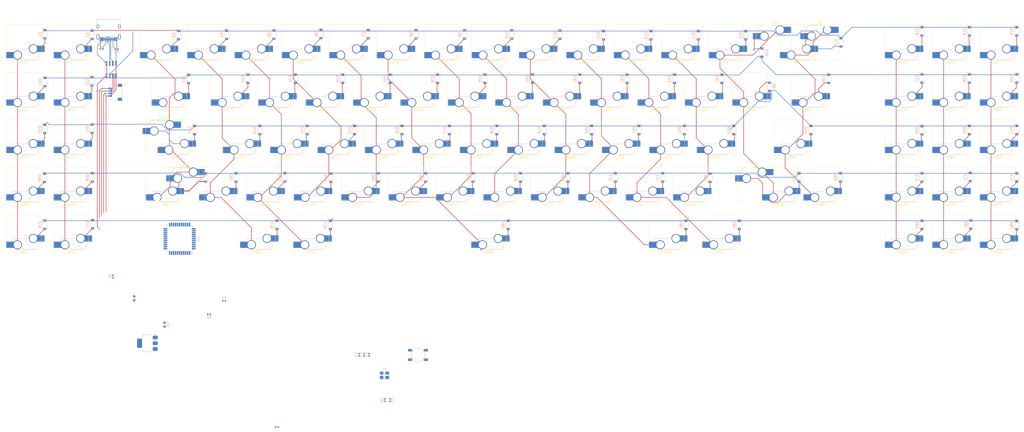
<source format=kicad_pcb>
(kicad_pcb (version 20240108) (generator "pcbnew") (generator_version "8.0")
  (layers (0 "F.Cu" signal) (31 "B.Cu" signal) (34 "B.Paste" user) (35 "F.Paste" user) (36 "B.SilkS" user "B.Silkscreen") (37 "F.SilkS" user "F.Silkscreen") (38 "B.Mask" user) (39 "F.Mask" user) (44 "Edge.Cuts" user))
  (net 0 "")
  (net 1 "Net-(U2-D+)")
  (net 2 "Net-(U2-D-)")
  (net 3 "Net-(U2-~{RESET})")
  (net 4 "VBUS")
  (net 5 "+3.3V")
  (net 6 "+5V")
  (net 7 "GND")
  (net 28 "Net-(U2-UCAP)")
  (net 33 "Net-(U2-XTAL1)")
  (net 37 "Net-(U2-XTAL2)")
  (net 38 "Net-(D78-A)")
  (net 39 "C8")
  (net 40 "C15")
  (net 41 "Net-(D53-A)")
  (net 42 "Net-(D59-A)")
  (net 43 "C3")
  (net 44 "Net-(D16-A)")
  (net 45 "Net-(D41-A)")
  (net 46 "Net-(D22-A)")
  (net 47 "Net-(D35-A)")
  (net 48 "C5")
  (net 49 "Net-(D77-A)")
  (net 50 "C10")
  (net 51 "Net-(D79-A)")
  (net 52 "Net-(D1-A)")
  (net 53 "C1")
  (net 54 "C17")
  (net 55 "Net-(D18-A)")
  (net 56 "Net-(D11-A)")
  (net 57 "Net-(D12-A)")
  (net 58 "C11")
  (net 59 "C12")
  (net 60 "Net-(D13-A)")
  (net 61 "C13")
  (net 62 "Net-(D14-A)")
  (net 63 "C14")
  (net 64 "Net-(D15-A)")
  (net 65 "Net-(D3-A)")
  (net 66 "C16")
  (net 67 "Net-(D19-A)")
  (net 68 "C18")
  (net 69 "Net-(D20-A)")
  (net 70 "C2")
  (net 71 "Net-(D21-A)")
  (net 72 "Net-(D23-A)")
  (net 73 "C4")
  (net 74 "Net-(D24-A)")
  (net 75 "Net-(D25-A)")
  (net 76 "C6")
  (net 77 "Net-(D26-A)")
  (net 78 "C7")
  (net 79 "Net-(D27-A)")
  (net 80 "Net-(D28-A)")
  (net 81 "C9")
  (net 82 "Net-(D29-A)")
  (net 83 "Net-(D30-A)")
  (net 84 "Net-(D31-A)")
  (net 85 "Net-(D32-A)")
  (net 86 "Net-(D33-A)")
  (net 87 "Net-(D34-A)")
  (net 88 "Net-(D36-A)")
  (net 89 "Net-(D37-A)")
  (net 90 "Net-(D38-A)")
  (net 91 "Net-(D39-A)")
  (net 92 "Net-(D40-A)")
  (net 93 "Net-(D42-A)")
  (net 94 "Net-(D10-A)")
  (net 95 "Net-(D43-A)")
  (net 96 "Net-(D44-A)")
  (net 97 "Net-(D45-A)")
  (net 98 "Net-(D46-A)")
  (net 99 "Net-(D47-A)")
  (net 100 "Net-(D48-A)")
  (net 101 "Net-(D49-A)")
  (net 102 "Net-(D50-A)")
  (net 103 "Net-(D51-A)")
  (net 104 "Net-(D52-A)")
  (net 105 "Net-(D9-A)")
  (net 106 "Net-(D54-A)")
  (net 107 "Net-(D55-A)")
  (net 108 "Net-(D56-A)")
  (net 109 "Net-(D8-A)")
  (net 110 "Net-(D7-A)")
  (net 111 "Net-(D6-A)")
  (net 112 "Net-(D5-A)")
  (net 113 "Net-(D57-A)")
  (net 114 "Net-(D60-A)")
  (net 115 "Net-(D61-A)")
  (net 116 "Net-(D62-A)")
  (net 117 "Net-(D63-A)")
  (net 118 "Net-(D64-A)")
  (net 119 "Net-(D65-A)")
  (net 120 "Net-(D66-A)")
  (net 121 "Net-(D67-A)")
  (net 122 "Net-(D68-A)")
  (net 123 "Net-(D69-A)")
  (net 124 "Net-(D71-A)")
  (net 125 "Net-(D72-A)")
  (net 126 "Net-(D73-A)")
  (net 127 "Net-(D74-A)")
  (net 128 "Net-(D75-A)")
  (net 129 "Net-(D76-A)")
  (net 130 "Net-(D4-A)")
  (net 131 "Net-(D58-A)")
  (net 132 "Net-(D2-A)")
  (net 133 "Net-(D80-A)")
  (net 134 "Net-(D81-A)")
  (net 135 "Net-(D82-A)")
  (net 136 "Net-(D83-A)")
  (net 137 "R5")
  (net 138 "R1")
  (net 139 "R2")
  (net 140 "R3")
  (net 141 "Net-(D84-A)")
  (net 142 "Net-(D85-A)")
  (net 143 "R4")
  (net 144 "Net-(D70-A)")
  (net 145 "C19")
  (net 146 "Net-(D86-A)")
  (net 147 "Net-(D87-A)")
  (net 148 "D+")
  (net 149 "D-")
  (net 151 "Net-(J2-D--PadA7)")
  (net 152 "Net-(J2-D+-PadA6)")
  (net 153 "Net-(J2-CC2)")
  (net 155 "Net-(J2-CC1)")
  (footprint "PCM_Switch_Keyboard_Hotswap_Kailh:SW_Hotswap_Kailh_MX_Plated_1.00u" (layer "F.Cu") (at 422.655 84.22 180)
    (property "Reference" "SW79")
    (property "Value" "SW_Push")
  )
  (footprint "PCM_Switch_Keyboard_Hotswap_Kailh:SW_Hotswap_Kailh_MX_Plated_1.00u" (layer "F.Cu") (at 69.575 65.17 180)
    (property "Reference" "SW43")
    (property "Value" "SW_Push")
  )
  (footprint "PCM_Mounting_Keyboard_Stabilizer:Stabilizer_Cherry_MX_2.00u" (layer "F.Cu") (at 354.21625 84.22)
    (property "Reference" "SW93" (hide yes))
    (property "Value" "SW_Push" (hide yes))
  )
  (footprint "PCM_Switch_Keyboard_Hotswap_Kailh:SW_Hotswap_Kailh_MX_Plated_1.00u" (layer "F.Cu") (at 156.5725 65.17 180)
    (property "Reference" "SW46")
    (property "Value" "SW_Push")
  )
  (footprint "PCM_Switch_Keyboard_Hotswap_Kailh:SW_Hotswap_Kailh_MX_Plated_1.00u" (layer "F.Cu") (at 351.835 27.07)
    (property "Reference" "SW36")
    (property "Value" "SW_Push")
  )
  (footprint "PCM_Switch_Keyboard_Hotswap_Kailh:SW_Hotswap_Kailh_MX_Plated_1.00u" (layer "F.Cu") (at 204.1975 84.22 180)
    (property "Reference" "SW72")
    (property "Value" "SW_Push")
  )
  (footprint "PCM_Switch_Keyboard_Hotswap_Kailh:SW_Hotswap_Kailh_MX_Plated_1.00u" (layer "F.Cu") (at 132.76 46.12 180)
    (property "Reference" "SW25")
    (property "Value" "SW_Push")
  )
  (footprint "PCM_Switch_Keyboard_Hotswap_Kailh:SW_Hotswap_Kailh_MX_Plated_1.00u" (layer "F.Cu") (at 403.605 46.12 180)
    (property "Reference" "SW38")
    (property "Value" "SW_Push")
  )
  (footprint "PCM_Switch_Keyboard_Hotswap_Kailh:SW_Hotswap_Kailh_MX_Plated_1.00u" (layer "F.Cu") (at 342.31 46.12 180)
    (property "Reference" "SW62")
    (property "Value" "SW_Push")
  )
  (footprint "PCM_Switch_Keyboard_Hotswap_Kailh:SW_Hotswap_Kailh_MX_Plated_1.00u" (layer "F.Cu") (at 189.91 46.12 180)
    (property "Reference" "SW28")
    (property "Value" "SW_Push")
  )
  (footprint "PCM_Switch_Keyboard_Hotswap_Kailh:SW_Hotswap_Kailh_MX_Plated_1.00u" (layer "F.Cu") (at 180.385 27.07 180)
    (property "Reference" "SW9")
    (property "Value" "SW_Push")
  )
  (footprint "PCM_Switch_Keyboard_Hotswap_Kailh:SW_Hotswap_Kailh_MX_Plated_1.00u" (layer "F.Cu") (at 69.575 46.12 180)
    (property "Reference" "SW23")
    (property "Value" "SW_Push")
  )
  (footprint "PCM_Switch_Keyboard_Hotswap_Kailh:SW_Hotswap_Kailh_MX_Plated_1.00u" (layer "F.Cu") (at 318.4975 84.22 180)
    (property "Reference" "SW60")
    (property "Value" "SW_Push")
  )
  (footprint "PCM_Switch_Keyboard_Hotswap_Kailh:SW_Hotswap_Kailh_MX_Plated_1.00u" (layer "F.Cu") (at 104.185 27.07 180)
    (property "Reference" "SW5")
    (property "Value" "SW_Push")
  )
  (footprint "PCM_Switch_Keyboard_Hotswap_Kailh:SW_Hotswap_Kailh_MX_Plated_1.00u" (layer "F.Cu") (at 50.525 27.07 180)
    (property "Reference" "SW3")
    (property "Value" "SW_Push")
  )
  (footprint "PCM_Switch_Keyboard_Hotswap_Kailh:SW_Hotswap_Kailh_MX_Plated_2.25u" (layer "F.Cu") (at 358.97875 65.17 180)
    (property "Reference" "SW56")
    (property "Value" "SW_Push")
  )
  (footprint "PCM_Switch_Keyboard_Hotswap_Kailh:SW_Hotswap_Kailh_MX_Plated_1.00u" (layer "F.Cu") (at 422.655 27.07 180)
    (property "Reference" "SW20")
    (property "Value" "SW_Push")
  )
  (footprint "PCM_Switch_Keyboard_Hotswap_Kailh:SW_Hotswap_Kailh_MX_Plated_1.75u" (layer "F.Cu") (at 344.69125 84.22)
    (property "Reference" "SW97")
    (property "Value" "SW_Push")
  )
  (footprint "PCM_Switch_Keyboard_Hotswap_Kailh:SW_Hotswap_Kailh_MX_Plated_1.25u" (layer "F.Cu") (at 106.56625 84.22 180)
    (property "Reference" "SW63")
    (property "Value" "SW_Push")
  )
  (footprint "PCM_Switch_Keyboard_Hotswap_Kailh:SW_Hotswap_Kailh_MX_Plated_1.00u" (layer "F.Cu") (at 50.525 65.17 180)
    (property "Reference" "SW42")
    (property "Value" "SW_Push")
  )
  (footprint "PCM_Switch_Keyboard_Hotswap_Kailh:SW_Hotswap_Kailh_MX_Plated_1.00u" (layer "F.Cu") (at 144.49875 103.27 180)
    (property "Reference" "SW83")
    (property "Value" "SW_Push")
  )
  (footprint "PCM_Switch_Keyboard_Hotswap_Kailh:SW_Hotswap_Kailh_MX_Plated_1.00u" (layer "F.Cu") (at 175.6225 65.17 180)
    (property "Reference" "SW47")
    (property "Value" "SW_Push")
  )
  (footprint "PCM_Switch_Keyboard_Hotswap_Kailh:SW_Hotswap_Kailh_MX_Plated_6.25u" (layer "F.Cu") (at 237.3675 103.27 180)
    (property "Reference" "SW85")
    (property "Value" "SW_Push")
  )
  (footprint "PCM_Switch_Keyboard_Hotswap_Kailh:SW_Hotswap_Kailh_MX_Plated_1.00u" (layer "F.Cu") (at 441.705 103.27 180)
    (property "Reference" "SW90")
    (property "Value" "SW_Push")
  )
  (footprint "PCM_Switch_Keyboard_Hotswap_Kailh:SW_Hotswap_Kailh_MX_Plated_1.00u" (layer "F.Cu") (at 69.575 103.27 180)
    (property "Reference" "SW82")
    (property "Value" "SW_Push")
  )
  (footprint "PCM_Switch_Keyboard_Hotswap_Kailh:SW_Hotswap_Kailh_MX_Plated_1.00u" (layer "F.Cu") (at 256.585 27.07 180)
    (property "Reference" "SW13")
    (property "Value" "SW_Push")
  )
  (footprint "PCM_Switch_Keyboard_Hotswap_Kailh:SW_Hotswap_Kailh_MX_Plated_1.50u" (layer "F.Cu") (at 108.9475 46.12 180)
    (property "Reference" "SW24")
    (property "Value" "SW_Push")
  )
  (footprint "PCM_Mounting_Keyboard_Stabilizer:Stabilizer_Cherry_MX_2.00u" (layer "F.Cu") (at 358.97875 65.17 180)
    (property "Reference" "SW92" (hide yes))
    (property "Value" "SW_Push" (hide yes))
  )
  (footprint "PCM_Switch_Keyboard_Hotswap_Kailh:SW_Hotswap_Kailh_MX_Plated_1.00u" (layer "F.Cu") (at 50.525 103.27 180)
    (property "Reference" "SW81")
    (property "Value" "SW_Push")
  )
  (footprint "PCM_Switch_Keyboard_Hotswap_Kailh:SW_Hotswap_Kailh_MX_Plated_1.00u" (layer "F.Cu") (at 50.525 46.12 180)
    (property "Reference" "SW22")
    (property "Value" "SW_Push")
  )
  (footprint "PCM_Switch_Keyboard_Hotswap_Kailh:SW_Hotswap_Kailh_MX_Plated_1.00u" (layer "F.Cu") (at 275.635 27.07 180)
    (property "Reference" "SW14")
    (property "Value" "SW_Push")
  )
  (footprint "PCM_Switch_Keyboard_Hotswap_Kailh:SW_Hotswap_Kailh_MX_Plated_1.00u" (layer "F.Cu") (at 213.7225 65.17 180)
    (property "Reference" "SW49")
    (property "Value" "SW_Push")
  )
  (footprint "PCM_Switch_Keyboard_Hotswap_Kailh:SW_Hotswap_Kailh_MX_Plated_1.00u" (layer "F.Cu") (at 308.9725 65.17 180)
    (property "Reference" "SW54")
    (property "Value" "SW_Push")
  )
  (footprint "PCM_Switch_Keyboard_Hotswap_Kailh:SW_Hotswap_Kailh_MX_Plated_1.00u" (layer "F.Cu") (at 199.435 27.07 180)
    (property "Reference" "SW10")
    (property "Value" "SW_Push")
  )
  (footprint "PCM_Switch_Keyboard_Hotswap_Kailh:SW_Hotswap_Kailh_MX_Plated_1.00u" (layer "F.Cu") (at 294.685 27.07 180)
    (property "Reference" "SW15")
    (property "Value" "SW_Push")
  )
  (footprint "PCM_Switch_Keyboard_Hotswap_Kailh:SW_Hotswap_Kailh_MX_Plated_1.00u" (layer "F.Cu") (at 208.96 46.12 180)
    (property "Reference" "SW29")
    (property "Value" "SW_Push")
  )
  (footprint "PCM_Switch_Keyboard_Hotswap_Kailh:SW_Hotswap_Kailh_MX_Plated_1.00u" (layer "F.Cu") (at 69.575 84.22 180)
    (property "Reference" "SW67")
    (property "Value" "SW_Push")
  )
  (footprint "PCM_Switch_Keyboard_Hotswap_Kailh:SW_Hotswap_Kailh_MX_Plated_1.00u" (layer "F.Cu") (at 232.7725 65.17 180)
    (property "Reference" "SW50")
    (property "Value" "SW_Push")
  )
  (footprint "PCM_Switch_Keyboard_Hotswap_Kailh:SW_Hotswap_Kailh_MX_Plated_1.00u" (layer "F.Cu") (at 422.655 65.17 180)
    (property "Reference" "SW58")
    (property "Value" "SW_Push")
  )
  (footprint "PCM_Switch_Keyboard_Hotswap_Kailh:SW_Hotswap_Kailh_MX_Plated_1.00u" (layer "F.Cu") (at 328.0225 65.17 180)
    (property "Reference" "SW55")
    (property "Value" "SW_Push")
  )
  (footprint "PCM_Switch_Keyboard_Hotswap_Kailh:SW_Hotswap_Kailh_MX_Plated_1.00u" (layer "F.Cu") (at 313.735 27.07 180)
    (property "Reference" "SW16")
    (property "Value" "SW_Push")
  )
  (footprint "PCM_Mounting_Keyboard_Stabilizer:Stabilizer_Cherry_MX_2.00u" (layer "F.Cu") (at 116.09125 84.22)
    (property "Reference" "SW95" (hide yes))
    (property "Value" "SW_Push" (hide yes))
  )
  (footprint "PCM_Switch_Keyboard_Hotswap_Kailh:SW_Hotswap_Kailh_MX_Plated_2.75u" (layer "F.Cu") (at 354.21625 84.22 180)
    (property "Reference" "SW96")
    (property "Value" "SW_Push")
  )
  (footprint "PCM_Switch_Keyboard_Hotswap_Kailh:SW_Hotswap_Kailh_MX_Plated_1.00u" (layer "F.Cu") (at 223.2475 84.22 180)
    (property "Reference" "SW73")
    (property "Value" "SW_Push")
  )
  (footprint "PCM_Switch_Keyboard_Hotswap_Kailh:SW_Hotswap_Kailh_MX_Plated_1.50u" (layer "F.Cu") (at 366.1225 46.12 180)
    (property "Reference" "SW37")
    (property "Value" "SW_Push")
  )
  (footprint "PCM_Switch_Keyboard_Hotswap_Kailh:SW_Hotswap_Kailh_MX_Plated_1.00u" (layer "F.Cu") (at 185.1475 84.22 180)
    (property "Reference" "SW71")
    (property "Value" "SW_Push")
  )
  (footprint "PCM_Switch_Keyboard_Hotswap_Kailh:SW_Hotswap_Kailh_MX_Plated_1.00u" (layer "F.Cu") (at 270.8725 65.17 180)
    (property "Reference" "SW52")
    (property "Value" "SW_Push")
  )
  (footprint "PCM_Switch_Keyboard_Hotswap_Kailh:SW_Hotswap_Kailh_MX_Plated_1.00u" (layer "F.Cu") (at 304.21 46.12 180)
    (property "Reference" "SW34")
    (property "Value" "SW_Push")
  )
  (footprint "PCM_Mounting_Keyboard_Stabilizer:Stabilizer_Cherry_MX_2.00u" (layer "F.Cu") (at 361.36 27.07 180)
    (property "Reference" "SW94" (hide yes))
    (property "Value" "SW_Push" (hide yes))
  )
  (footprint "PCM_Switch_Keyboard_Hotswap_Kailh:SW_Hotswap_Kailh_MX_Plated_1.00u" (layer "F.Cu") (at 441.705 65.17 180)
    (property "Reference" "SW59")
    (property "Value" "SW_Push")
  )
  (footprint "PCM_Switch_Keyboard_Hotswap_Kailh:SW_Hotswap_Kailh_MX_Plated_1.00u" (layer "F.Cu") (at 261.3475 84.22 180)
    (property "Reference" "SW75")
    (property "Value" "SW_Push")
  )
  (footprint "PCM_Switch_Keyboard_Hotswap_Kailh:SW_Hotswap_Kailh_MX_Plated_1.25u" (layer "F.Cu") (at 106.615 65.185)
    (property "Reference" "SW44")
    (property "Value" "SW_Push")
  )
  (footprint "PCM_Switch_Keyboard_Hotswap_Kailh:SW_Hotswap_Kailh_MX_Plated_1.75u" (layer "F.Cu") (at 111.32875 65.17 180)
    (property "Reference" "SW41")
    (property "Value" "SW_Push")
  )
  (footprint "PCM_Switch_Keyboard_Hotswap_Kailh:SW_Hotswap_Kailh_MX_Plated_1.00u" (layer "F.Cu") (at 123.235 27.07 180)
    (property "Reference" "SW6")
    (property "Value" "SW_Push")
  )
  (footprint "PCM_Switch_Keyboard_Hotswap_Kailh:SW_Hotswap_Kailh_MX_Plated_1.00u" (layer "F.Cu") (at 441.705 27.07 180)
    (property "Reference" "SW21")
    (property "Value" "SW_Push")
  )
  (footprint "PCM_Switch_Keyboard_Hotswap_Kailh:SW_Hotswap_Kailh_MX_Plated_1.00u" (layer "F.Cu") (at 299.4475 84.22 180)
    (property "Reference" "SW77")
    (property "Value" "SW_Push")
  )
  (footprint "PCM_Switch_Keyboard_Hotswap_Kailh:SW_Hotswap_Kailh_MX_Plated_1.00u" (layer "F.Cu") (at 69.575 27.07 180)
    (property "Reference" "SW4")
    (property "Value" "SW_Push")
  )
  (footprint "PCM_Switch_Keyboard_Hotswap_Kailh:SW_Hotswap_Kailh_MX_Plated_1.00u" (layer "F.Cu") (at 370.885 27.07)
    (property "Reference" "SW2")
    (property "Value" "SW_Push")
  )
  (footprint "PCM_Switch_Keyboard_Hotswap_Kailh:SW_Hotswap_Kailh_MX_Plated_2.00u" (layer "F.Cu") (at 361.36 27.07 180)
    (property "Reference" "SW1")
    (property "Value" "SW_Push")
  )
  (footprint "PCM_Switch_Keyboard_Hotswap_Kailh:SW_Hotswap_Kailh_MX_Plated_1.00u" (layer "F.Cu") (at 237.535 27.07 180)
    (property "Reference" "SW12")
    (property "Value" "SW_Push")
  )
  (footprint "PCM_Switch_Keyboard_Hotswap_Kailh:SW_Hotswap_Kailh_MX_Plated_1.00u" (layer "F.Cu") (at 50.525 84.22 180)
    (property "Reference" "SW66")
    (property "Value" "SW_Push")
  )
  (footprint "PCM_Switch_Keyboard_Hotswap_Kailh:SW_Hotswap_Kailh_MX_Plated_1.00u" (layer "F.Cu") (at 127.9975 84.22 180)
    (property "Reference" "SW68")
    (property "Value" "SW_Push")
  )
  (footprint "PCM_Switch_Keyboard_Hotswap_Kailh:SW_Hotswap_Kailh_MX_Plated_1.00u" (layer "F.Cu") (at 441.705 46.12 180)
    (property "Reference" "SW40")
    (property "Value" "SW_Push")
  )
  (footprint "PCM_Switch_Keyboard_Hotswap_Kailh:SW_Hotswap_Kailh_MX_Plated_1.00u" (layer "F.Cu") (at 137.5225 65.17 180)
    (property "Reference" "SW45")
    (property "Value" "SW_Push")
  )
  (footprint "PCM_Switch_Keyboard_Hotswap_Kailh:SW_Hotswap_Kailh_MX_Plated_1.00u" (layer "F.Cu") (at 142.285 27.07 180)
    (property "Reference" "SW7")
    (property "Value" "SW_Push")
  )
  (footprint "PCM_Switch_Keyboard_Hotswap_Kailh:SW_Hotswap_Kailh_MX_Plated_1.00u" (layer "F.Cu") (at 194.6725 65.17 180)
    (property "Reference" "SW48")
    (property "Value" "SW_Push")
  )
  (footprint "PCM_Switch_Keyboard_Hotswap_Kailh:SW_Hotswap_Kailh_MX_Plated_1.00u" (layer "F.Cu") (at 247.06 46.12 180)
    (property "Reference" "SW31")
    (property "Value" "SW_Push")
  )
  (footprint "PCM_Switch_Keyboard_Hotswap_Kailh:SW_Hotswap_Kailh_MX_Plated_1.00u" (layer "F.Cu") (at 151.81 46.12 180)
    (property "Reference" "SW26")
    (property "Value" "SW_Push")
  )
  (footprint "PCM_Switch_Keyboard_Hotswap_Kailh:SW_Hotswap_Kailh_MX_Plated_1.00u" (layer "F.Cu") (at 323.26 46.12 180)
    (property "Reference" "SW35")
    (property "Value" "SW_Push")
  )
  (footprint "PCM_Switch_Keyboard_Hotswap_Kailh:SW_Hotswap_Kailh_MX_Plated_1.25u" (layer "F.Cu") (at 165.93 103.27 180)
    (property "Reference" "SW84")
    (property "Value" "SW_Push")
  )
  (footprint "PCM_Switch_Keyboard_Hotswap_Kailh:SW_Hotswap_Kailh_MX_Plated_1.00u" (layer "F.Cu") (at 403.605 84.22 180)
    (property "Reference" "SW78")
    (property "Value" "SW_Push")
  )
  (footprint "PCM_Switch_Keyboard_Hotswap_Kailh:SW_Hotswap_Kailh_MX_Plated_1.00u" (layer "F.Cu") (at 266.11 46.12 180)
    (property "Reference" "SW32")
    (property "Value" "SW_Push")
  )
  (footprint "PCM_Switch_Keyboard_Hotswap_Kailh:SW_Hotswap_Kailh_MX_Plated_1.00u" (layer "F.Cu") (at 422.655 103.27 180)
    (property "Reference" "SW89")
    (property "Value" "SW_Push")
  )
  (footprint "PCM_Switch_Keyboard_Hotswap_Kailh:SW_Hotswap_Kailh_MX_Plated_1.00u" (layer "F.Cu") (at 147.0475 84.22 180)
    (property "Reference" "SW69")
    (property "Value" "SW_Push")
  )
  (footprint "PCM_Switch_Keyboard_Hotswap_Kailh:SW_Hotswap_Kailh_MX_Plated_1.00u" (layer "F.Cu") (at 332.785 27.07 180)
    (property "Reference" "SW17")
    (property "Value" "SW_Push")
  )
  (footprint "PCM_Switch_Keyboard_Hotswap_Kailh:SW_Hotswap_Kailh_MX_Plated_1.00u" (layer "F.Cu") (at 422.655 46.12 180)
    (property "Reference" "SW39")
    (property "Value" "SW_Push")
  )
  (footprint "PCM_Switch_Keyboard_Hotswap_Kailh:SW_Hotswap_Kailh_MX_Plated_1.00u" (layer "F.Cu") (at 242.2975 84.22 180)
    (property "Reference" "SW74")
    (property "Value" "SW_Push")
  )
  (footprint "PCM_Switch_Keyboard_Hotswap_Kailh:SW_Hotswap_Kailh_MX_Plated_1.00u" (layer "F.Cu") (at 228.01 46.12 180)
    (property "Reference" "SW30")
    (property "Value" "SW_Push")
  )
  (footprint "PCM_Switch_Keyboard_Hotswap_Kailh:SW_Hotswap_Kailh_MX_Plated_1.00u" (layer "F.Cu") (at 370.885 84.22 180)
    (property "Reference" "SW64")
    (property "Value" "SW_Push")
  )
  (footprint "PCM_Switch_Keyboard_Hotswap_Kailh:SW_Hotswap_Kailh_MX_Plated_1.00u" (layer "F.Cu") (at 403.605 27.07 180)
    (property "Reference" "SW19")
    (property "Value" "SW_Push")
  )
  (footprint "PCM_Switch_Keyboard_Hotswap_Kailh:SW_Hotswap_Kailh_MX_Plated_1.00u" (layer "F.Cu") (at 403.605 65.17 180)
    (property "Reference" "SW57")
    (property "Value" "SW_Push")
  )
  (footprint "PCM_Switch_Keyboard_Hotswap_Kailh:SW_Hotswap_Kailh_MX_Plated_1.00u" (layer "F.Cu") (at 161.335 27.07 180)
    (property "Reference" "SW8")
    (property "Value" "SW_Push")
  )
  (footprint "PCM_Switch_Keyboard_Hotswap_Kailh:SW_Hotswap_Kailh_MX_Plated_1.00u" (layer "F.Cu") (at 251.8225 65.17 180)
    (property "Reference" "SW51")
    (property "Value" "SW_Push")
  )
  (footprint "PCM_Switch_Keyboard_Hotswap_Kailh:SW_Hotswap_Kailh_MX_Plated_1.00u" (layer "F.Cu") (at 285.16 46.12 180)
    (property "Reference" "SW33")
    (property "Value" "SW_Push")
  )
  (footprint "PCM_Switch_Keyboard_Hotswap_Kailh:SW_Hotswap_Kailh_MX_Plated_1.00u" (layer "F.Cu") (at 280.3975 84.22 180)
    (property "Reference" "SW76")
    (property "Value" "SW_Push")
  )
  (footprint "PCM_Switch_Keyboard_Hotswap_Kailh:SW_Hotswap_Kailh_MX_Plated_1.00u" (layer "F.Cu") (at 218.485 27.07 180)
    (property "Reference" "SW11")
    (property "Value" "SW_Push")
  )
  (footprint "PCM_Switch_Keyboard_Hotswap_Kailh:SW_Hotswap_Kailh_MX_Plated_1.00u" (layer "F.Cu") (at 441.705 84.22 180)
    (property "Reference" "SW80")
    (property "Value" "SW_Push")
  )
  (footprint "PCM_Switch_Keyboard_Hotswap_Kailh:SW_Hotswap_Kailh_MX_Plated_1.00u" (layer "F.Cu") (at 170.86 46.12 180)
    (property "Reference" "SW27")
    (property "Value" "SW_Push")
  )
  (footprint "PCM_Switch_Keyboard_Hotswap_Kailh:SW_Hotswap_Kailh_MX_Plated_1.00u" (layer "F.Cu") (at 403.605 103.27 180)
    (property "Reference" "SW88")
    (property "Value" "SW_Push")
  )
  (footprint "PCM_Switch_Keyboard_Hotswap_Kailh:SW_Hotswap_Kailh_MX_Plated_1.00u" (layer "F.Cu") (at 330.23625 103.27 180)
    (property "Reference" "SW87")
    (property "Value" "SW_Push")
  )
  (footprint "PCM_Switch_Keyboard_Hotswap_Kailh:SW_Hotswap_Kailh_MX_Plated_2.25u" (layer "F.Cu") (at 116.09125 84.22)
    (property "Reference" "SW61")
    (property "Value" "SW_Push")
  )
  (footprint "PCM_Switch_Keyboard_Hotswap_Kailh:SW_Hotswap_Kailh_MX_Plated_1.25u" (layer "F.Cu") (at 308.805 103.27 180)
    (property "Reference" "SW86")
    (property "Value" "SW_Push")
  )
  (footprint "PCM_Switch_Keyboard_Hotswap_Kailh:SW_Hotswap_Kailh_MX_Plated_1.00u" (layer "F.Cu") (at 289.9225 65.17 180)
    (property "Reference" "SW53")
    (property "Value" "SW_Push")
  )
  (footprint "PCM_Mounting_Keyboard_Stabilizer:Stabilizer_Cherry_MX_6.25u" (layer "F.Cu") (at 239.91625 103.27 180)
    (property "Reference" "SW91" (hide yes))
    (property "Value" "SW_Push" (hide yes))
  )
  (footprint "PCM_Switch_Keyboard_Hotswap_Kailh:SW_Hotswap_Kailh_MX_Plated_1.00u" (layer "F.Cu") (at 166.0975 84.22 180)
    (property "Reference" "SW70")
    (property "Value" "SW_Push")
  )
  (footprint "Diode_SMD:D_SOD-123" (layer "B.Cu") (at 211.9975 81.32 -90)
    (property "Reference" "D66")
    (property "Value" "D")
  )
  (footprint "Diode_SMD:D_SOD-123" (layer "B.Cu") (at 259.6225 62.27 -90)
    (property "Reference" "D49")
    (property "Value" "D")
  )
  (footprint "Diode_SMD:D_SOD-123" (layer "B.Cu") (at 338.03625 100.37 -90)
    (property "Reference" "D82")
    (property "Value" "D")
  )
  (footprint "Diode_SMD:D_SOD-123" (layer "B.Cu") (at 173.73 100.37 -90)
    (property "Reference" "D79")
    (property "Value" "D")
  )
  (footprint "Diode_SMD:D_SOD-123" (layer "B.Cu") (at 292.96 41.67 -90)
    (property "Reference" "D32")
    (property "Value" "D")
  )
  (footprint "Diode_SMD:D_SOD-123" (layer "B.Cu") (at 58.8075 81.47 -90)
    (property "Reference" "D58")
    (property "Value" "D")
  )
  (footprint "Diode_SMD:D_SOD-123" (layer "B.Cu") (at 173.8975 81.42 -90)
    (property "Reference" "D64")
    (property "Value" "D")
  )
  (footprint "Diode_SMD:D_SOD-123" (layer "B.Cu") (at 302.485 24.17 -90)
    (property "Reference" "D13")
    (property "Value" "D")
  )
  (footprint "Connector_USB:USB_C_Receptacle_HRO_TYPE-C-31-M-12" (layer "B.Cu") (at 84.595 21.685)
    (property "Reference" "J2")
    (property "Value" "USB_C_Receptacle_USB2.0_16P")
  )
  (footprint "Resistor_SMD:R_0402_1005Metric" (layer "B.Cu") (at 124.935 136.285)
    (property "Reference" "R2")
    (property "Value" "22")
  )
  (footprint "Diode_SMD:D_SOD-123" (layer "B.Cu") (at 188.93 23.72 -90)
    (property "Reference" "D7")
    (property "Value" "D")
  )
  (footprint "Package_TO_SOT_SMD:SOT-223-3_TabPin2" (layer "B.Cu") (at 100.185 147.925 180)
    (property "Reference" "U1" (hide yes))
    (property "Value" "AMS1117-3.3" (hide yes))
  )
  (footprint "Diode_SMD:D_SOD-123" (layer "B.Cu") (at 373.9225 41.67 -90)
    (property "Reference" "D36")
    (property "Value" "D")
  )
  (footprint "Diode_SMD:D_SOD-123" (layer "B.Cu") (at 430.455 22.62 -90)
    (property "Reference" "D19")
    (property "Value" "D")
  )
  (footprint "Diode_SMD:D_SOD-123" (layer "B.Cu") (at 145.3225 62.27 -90)
    (property "Reference" "D43")
    (property "Value" "D")
  )
  (footprint "Diode_SMD:D_SOD-123" (layer "B.Cu") (at 78.0575 81.295 -90)
    (property "Reference" "D59")
    (property "Value" "D")
  )
  (footprint "Capacitor_SMD:C_0402_1005Metric" (layer "B.Cu") (at 189.235 152.555 -90)
    (property "Reference" "C3")
    (property "Value" "100n")
  )
  (footprint "Diode_SMD:D_SOD-123" (layer "B.Cu") (at 411.405 100.37 -90)
    (property "Reference" "D83")
    (property "Value" "D")
  )
  (footprint "Diode_SMD:D_SOD-123" (layer "B.Cu") (at 169.905 23.67 -90)
    (property "Reference" "D6")
    (property "Value" "D")
  )
  (footprint "Diode_SMD:D_SOD-123" (layer "B.Cu") (at 77.9575 61.745 -90)
    (property "Reference" "D41")
    (property "Value" "D")
  )
  (footprint "Diode_SMD:D_SOD-123" (layer "B.Cu") (at 340.585 24.17 -90)
    (property "Reference" "D15")
    (property "Value" "D")
  )
  (footprint "Diode_SMD:D_SOD-123" (layer "B.Cu") (at 431.08 100.27 -90)
    (property "Reference" "D84")
    (property "Value" "D")
  )
  (footprint "Capacitor_SMD:C_0402_1005Metric" (layer "B.Cu") (at 195.595 170.755 -90)
    (property "Reference" "C6")
    (property "Value" "12p")
  )
  (footprint "Diode_SMD:D_SOD-123" (layer "B.Cu") (at 283.435 24.17 -90)
    (property "Reference" "D12")
    (property "Value" "D")
  )
  (footprint "Diode_SMD:D_SOD-123" (layer "B.Cu") (at 411.405 41.57 -90)
    (property "Reference" "D37")
    (property "Value" "D")
  )
  (footprint "Diode_SMD:D_SOD-123" (layer "B.Cu") (at 164.3725 62.27 -90)
    (property "Reference" "D44")
    (property "Value" "D")
  )
  (footprint "Diode_SMD:D_SOD-123" (layer "B.Cu") (at 449.505 41.57 -90)
    (property "Reference" "D39")
    (property "Value" "D")
  )
  (footprint "Diode_SMD:D_SOD-123" (layer "B.Cu") (at 77.8825 42.72 -90)
    (property "Reference" "D22")
    (property "Value" "D")
  )
  (footprint "Diode_SMD:D_SOD-123" (layer "B.Cu") (at 378.685 81.32 -90)
    (property "Reference" "D86")
    (property "Value" "D")
  )
  (footprint "Diode_SMD:D_SOD-123" (layer "B.Cu") (at 192.9475 81.32 -90)
    (property "Reference" "D65")
    (property "Value" "D")
  )
  (footprint "Diode_SMD:D_SOD-123" (layer "B.Cu") (at 77.9825 23.97 -90)
    (property "Reference" "D2")
    (property "Value" "D")
  )
  (footprint "Diode_SMD:D_SOD-123" (layer "B.Cu") (at 159.61 41.67 -90)
    (property "Reference" "D25")
    (property "Value" "D")
  )
  (footprint "Diode_SMD:D_SOD-123" (layer "B.Cu") (at 132.005 23.995 -90)
    (property "Reference" "D4")
    (property "Value" "D")
  )
  (footprint "Diode_SMD:D_SOD-123" (layer "B.Cu") (at 216.76 41.67 -90)
    (property "Reference" "D28")
    (property "Value" "D")
  )
  (footprint "Diode_SMD:D_SOD-123" (layer "B.Cu") (at 430.805 81.145 -90)
    (property "Reference" "D74")
    (property "Value" "D")
  )
  (footprint "Package_QFP:TQFP-44_10x10mm_P0.8mm" (layer "B.Cu") (at 113.125 105.925 90)
    (property "Reference" "U2")
    (property "Value" "ATmega32U4-A")
  )
  (footprint "Capacitor_SMD:C_0402_1005Metric" (layer "B.Cu") (at 152.225 181.595 180)
    (property "Reference" "C8" (hide yes))
    (property "Value" "1u")
  )
  (footprint "Connector_JST:JST_SH_SM04B-SRSS-TB_1x04-1MP_P1.00mm_Horizontal" (layer "B.Cu") (at 87.245 47.085 -90)
    (property "Reference" "J1")
    (property "Value" "Conn_01x04_Socket")
  )
  (footprint "Diode_SMD:D_SOD-123" (layer "B.Cu") (at 58.9075 61.82 -90)
    (property "Reference" "D40")
    (property "Value" "D")
  )
  (footprint "Diode_SMD:D_SOD-123" (layer "B.Cu") (at 335.8225 62.27 -90)
    (property "Reference" "D53")
    (property "Value" "D")
  )
  (footprint "Package_SO:SOIC-8_3.9x4.9mm_P1.27mm" (layer "B.Cu") (at 85.665 37.975 -90)
    (property "Reference" "U3" (hide yes))
    (property "Value" "USB6B1")
  )
  (footprint "Diode_SMD:D_SOD-123" (layer "B.Cu") (at 183.4225 62.27 -90)
    (property "Reference" "D45")
    (property "Value" "D")
  )
  (footprint "Resistor_SMD:R_0402_1005Metric" (layer "B.Cu") (at 87.875 29.755)
    (property "Reference" "R5")
    (property "Value" "5k1" (hide yes))
  )
  (footprint "Diode_SMD:D_SOD-123" (layer "B.Cu") (at 288.1975 81.32 -90)
    (property "Reference" "D70")
    (property "Value" "D")
  )
  (footprint "Diode_SMD:D_SOD-123" (layer "B.Cu") (at 58.9575 23.77 -90)
    (property "Reference" "D1")
    (property "Value" "D")
  )
  (footprint "Crystal:Crystal_SMD_3225-4Pin_3.2x2.5mm" (layer "B.Cu") (at 195.415 160.785 180)
    (property "Reference" "Y1")
    (property "Value" "Crystal_GND24_Small" (hide yes))
  )
  (footprint "Resistor_SMD:R_0402_1005Metric" (layer "B.Cu") (at 86.335 121.145 -90)
    (property "Reference" "R1")
    (property "Value" "10k")
  )
  (footprint "Diode_SMD:D_SOD-123" (layer "B.Cu") (at 449.505 22.62 -90)
    (property "Reference" "D20")
    (property "Value" "D")
  )
  (footprint "Diode_SMD:D_SOD-123" (layer "B.Cu") (at 116.7475 41.77 -90)
    (property "Reference" "D23")
    (property "Value" "D")
  )
  (footprint "Diode_SMD:D_SOD-123" (layer "B.Cu") (at 245.1675 100.37 -90)
    (property "Reference" "D80")
    (property "Value" "D")
  )
  (footprint "Diode_SMD:D_SOD-123" (layer "B.Cu") (at 307.2475 81.32 -90)
    (property "Reference" "D71")
    (property "Value" "D")
  )
  (footprint "Capacitor_SMD:C_0603_1608Metric" (layer "B.Cu") (at 107.065 140.44 90)
    (property "Reference" "C5")
    (property "Value" "10u")
  )
  (footprint "Diode_SMD:D_SOD-123" (layer "B.Cu") (at 316.605 100.37 -90)
    (property "Reference" "D81")
    (property "Value" "D")
  )
  (footprint "Diode_SMD:D_SOD-123" (layer "B.Cu") (at 273.91 41.67 -90)
    (property "Reference" "D31")
    (property "Value" "D")
  )
  (footprint "Diode_SMD:D_SOD-123" (layer "B.Cu") (at 197.71 41.67 -90)
    (property "Reference" "D27")
    (property "Value" "D")
  )
  (footprint "Diode_SMD:D_SOD-123" (layer "B.Cu") (at 331.06 41.67 -90)
    (property "Reference" "D34")
    (property "Value" "D")
  )
  (footprint "Diode_SMD:D_SOD-123" (layer "B.Cu") (at 78.1325 100.12 -90)
    (property "Reference" "D77")
    (property "Value" "D")
  )
  (footprint "Diode_SMD:D_SOD-123" (layer "B.Cu") (at 449.505 81.32 -90)
    (property "Reference" "D75")
    (property "Value" "D")
  )
  (footprint "Diode_SMD:D_SOD-123" (layer "B.Cu") (at 112.705 24.12 -90)
    (property "Reference" "D3")
    (property "Value" "D")
  )
  (footprint "Capacitor_SMD:C_0402_1005Metric" (layer "B.Cu") (at 185.295 152.555002 -90)
    (property "Reference" "C1")
    (property "Value" "100n")
  )
  (footprint "Diode_SMD:D_SOD-123" (layer "B.Cu") (at 221.5225 62.27 -90)
    (property "Reference" "D47")
    (property "Value" "D")
  )
  (footprint "Button_Switch_SMD:SW_SPST_TL3342" (layer "B.Cu") (at 208.925 152.625)
    (property "Reference" "BT1" (hide yes))
    (property "Value" "SW_Push" (hide yes))
  )
  (footprint "Diode_SMD:D_SOD-123" (layer "B.Cu") (at 246.58 23.87 -90)
    (property "Reference" "D10")
    (property "Value" "D")
  )
  (footprint "Diode_SMD:D_SOD-123" (layer "B.Cu") (at 411.405 81.32 -90)
    (property "Reference" "D73")
    (property "Value" "D")
  )
  (footprint "Diode_SMD:D_SOD-123" (layer "B.Cu") (at 235.81 41.67 -90)
    (property "Reference" "D29")
    (property "Value" "D")
  )
  (footprint "Diode_SMD:D_SOD-123" (layer "B.Cu") (at 178.66 41.67 -90)
    (property "Reference" "D26")
    (property "Value" "D")
  )
  (footprint "Diode_SMD:D_SOD-123" (layer "B.Cu") (at 321.535 24.17 -90)
    (property "Reference" "D14")
    (property "Value" "D")
  )
  (footprint "Diode_SMD:D_SOD-123" (layer "B.Cu") (at 208.13 23.795 -90)
    (property "Reference" "D8")
    (property "Value" "D")
  )
  (footprint "Resistor_SMD:R_0402_1005Metric" (layer "B.Cu") (at 131.025 130.935 180)
    (property "Reference" "R3")
    (property "Value" "22")
  )
  (footprint "Diode_SMD:D_SOD-123" (layer "B.Cu") (at 362.01625 81.32 -90)
    (property "Reference" "D72")
    (property "Value" "D")
  )
  (footprint "Diode_SMD:D_SOD-123" (layer "B.Cu") (at 411.405 22.62 -90)
    (property "Reference" "D18")
    (property "Value" "D")
  )
  (footprint "Diode_SMD:D_SOD-123" (layer "B.Cu") (at 227.655 23.87 -90)
    (property "Reference" "D9")
    (property "Value" "D")
  )
  (footprint "Capacitor_SMD:C_0402_1005Metric" (layer "B.Cu") (at 197.725 170.755 90)
    (property "Reference" "C7")
    (property "Value" "12p")
  )
  (footprint "Diode_SMD:D_SOD-123" (layer "B.Cu") (at 123.49125 81.32 -90)
    (property "Reference" "D60")
    (property "Value" "D")
  )
  (footprint "Diode_SMD:D_SOD-123" (layer "B.Cu") (at 202.4725 62.27 -90)
    (property "Reference" "D46")
    (property "Value" "D")
  )
  (footprint "Diode_SMD:D_SOD-123" (layer "B.Cu") (at 155.43 81.27 -90)
    (property "Reference" "D63")
    (property "Value" "D")
  )
  (footprint "Diode_SMD:D_SOD-123" (layer "B.Cu") (at 430.455 41.57 -90)
    (property "Reference" "D38")
    (property "Value" "D")
  )
  (footprint "Diode_SMD:D_SOD-123" (layer "B.Cu") (at 315.9725 62.27 -90)
    (property "Reference" "D52")
    (property "Value" "D")
  )
  (footprint "Diode_SMD:D_SOD-123" (layer "B.Cu") (at 449.505 62.27 -90)
    (property "Reference" "D57")
    (property "Value" "D")
  )
  (footprint "Diode_SMD:D_SOD-123" (layer "B.Cu") (at 58.9325 100.295 -90)
    (property "Reference" "D76")
    (property "Value" "D")
  )
  (footprint "Diode_SMD:D_SOD-123" (layer "B.Cu") (at 430.455 62.27 -90)
    (property "Reference" "D56")
    (property "Value" "D" (hide yes))
  )
  (footprint "Diode_SMD:D_SOD-123" (layer "B.Cu") (at 278.6725 62.27 -90)
    (property "Reference" "D50")
    (property "Value" "D")
  )
  (footprint "Diode_SMD:D_SOD-123" (layer "B.Cu") (at 269.1475 81.32 -90)
    (property "Reference" "D69")
    (property "Value" "D")
  )
  (footprint "Diode_SMD:D_SOD-123" (layer "B.Cu") (at 411.405 62.37 -90)
    (property "Reference" "D55")
    (property "Value" "D")
  )
  (footprint "Capacitor_SMD:C_0402_1005Metric" (layer "B.Cu") (at 187.265 152.555 -90)
    (property "Reference" "C2")
    (property "Value" "100n")
  )
  (footprint "Diode_SMD:D_SOD-123" (layer "B.Cu") (at 240.5725 62.27 -90)
    (property "Reference" "D48")
    (property "Value" "D")
  )
  (footprint "Diode_SMD:D_SOD-123" (layer "B.Cu") (at 297.7225 62.27 -90)
    (property "Reference" "D51")
    (property "Value" "D")
  )
  (footprint "Resistor_SMD:R_0402_1005Metric" (layer "B.Cu") (at 81.835 29.665 180)
    (property "Reference" "R4" (hide yes))
    (property "Value" "5k1")
  )
  (footprint "Diode_SMD:D_SOD-123" (layer "B.Cu") (at 449.505 100.47 -90)
    (property "Reference" "D85")
    (property "Value" "D")
  )
  (footprint "Diode_SMD:D_SOD-123" (layer "B.Cu") (at 378.905 27.045 -90)
    (property "Reference" "D16")
    (property "Value" "D")
  )
  (footprint "Diode_SMD:D_SOD-123" (layer "B.Cu") (at 366.77875 62.27 -90)
    (property "Reference" "D54")
    (property "Value" "D")
  )
  (footprint "Diode_SMD:D_SOD-123" (layer "B.Cu") (at 231.0475 81.32 -90)
    (property "Reference" "D67")
    (property "Value" "D")
  )
  (footprint "Diode_SMD:D_SOD-123" (layer "B.Cu") (at 312.01 41.67 -90)
    (property "Reference" "D33")
    (property "Value" "D")
  )
  (footprint "Diode_SMD:D_SOD-123" (layer "B.Cu") (at 119.12875 62.27 -90)
    (property "Reference" "D42")
    (property "Value" "D")
  )
  (footprint "Diode_SMD:D_SOD-123" (layer "B.Cu") (at 135.7975 81.32 -90)
    (property "Reference" "D62")
    (property "Value" "D")
  )
  (footprint "Diode_SMD:D_SOD-123" (layer "B.Cu") (at 254.86 41.57 -90)
    (property "Reference" "D30")
    (property "Value" "D")
  )
  (footprint "Diode_SMD:D_SOD-123" (layer "B.Cu") (at 152.29875 100.37 -90)
    (property "Reference" "D78")
    (property "Value" "D")
  )
  (footprint "Diode_SMD:D_SOD-123" (layer "B.Cu") (at 326.2975 81.42 -90)
    (property "Reference" "D61")
    (property "Value" "D")
  )
  (footprint "Diode_SMD:D_SOD-123" (layer "B.Cu") (at 347.115 31.135 90)
    (property "Reference" "D35")
    (property "Value" "D")
  )
  (footprint "Diode_SMD:D_SOD-123" (layer "B.Cu") (at 140.56 41.67 -90)
    (property "Reference" "D24")
    (property "Value" "D")
  )
  (footprint "Capacitor_SMD:C_0603_1608Metric" (layer "B.Cu") (at 94.875 129.895 90)
    (property "Reference" "C4" (hide yes))
    (property "Value" "10u")
  )
  (footprint "Diode_SMD:D_SOD-123" (layer "B.Cu") (at 265.93 23.945 -90)
    (property "Reference" "D11")
    (property "Value" "D")
  )
  (footprint "Diode_SMD:D_SOD-123" (layer "B.Cu") (at 150.98 23.92 -90)
    (property "Reference" "D5")
    (property "Value" "D")
  )
  (footprint "Diode_SMD:D_SOD-123" (layer "B.Cu") (at 350.11 44.87 90)
    (property "Reference" "D87")
    (property "Value" "D")
  )
  (footprint "Diode_SMD:D_SOD-123" (layer "B.Cu") (at 59.0325 42.97 -90)
    (property "Reference" "D21")
    (property "Value" "D")
  )
  (footprint "Diode_SMD:D_SOD-123" (layer "B.Cu") (at 250.0975 81.32 -90)
    (property "Reference" "D68")
    (property "Value" "D")
  )
  (segment (start 83.835 40.125) (end 83.835 35.575) (width 0.2) (layer "F.Cu") (net 4))
  (segment (start 80.035 101.125) (end 80.995 102.085) (width 0.2) (layer "F.Cu") (net 4))
  (segment (start 80.035 100.995) (end 80.035 46.635) (width 0.2) (layer "F.Cu") (net 4))
  (segment (start 83.835 35.575) (end 83.76 35.5) (width 0.2) (layer "F.Cu") (net 4))
  (segment (start 80.035 100.995) (end 80.035 101.125) (width 0.2) (layer "F.Cu") (net 4))
  (segment (start 80.035 43.925) (end 80.035 46.635) (width 0.2) (layer "F.Cu") (net 4))
  (segment (start 83.835 40.125) (end 80.035 43.925) (width 0.2) (layer "F.Cu") (net 4))
  (segment (start 80.195 101.155) (end 80.035 100.995) (width 0.2) (layer "F.Cu") (net 4))
  (via (at 83.76 35.5) (size 0.6) (drill 0.3) (layers "F.Cu" "B.Cu") (net 4))
  (via (at 86.335 120.635) (size 0.6) (drill 0.3) (layers "F.Cu" "B.Cu") (net 4))
  (via (at 83.835 40.125) (size 0.6) (drill 0.3) (layers "F.Cu" "B.Cu") (net 4))
  (via (at 80.035 46.635) (size 0.6) (drill 0.3) (layers "F.Cu" "B.Cu") (net 4))
  (segment (start 82.145 25.73) (end 82.145 26.385) (width 0.2) (layer "B.Cu") (net 4))
  (segment (start 83.76 40.45) (end 83.76 40.2) (width 0.2) (layer "B.Cu") (net 4))
  (segment (start 80.105 28.425) (end 80.105 31.845) (width 0.2) (layer "B.Cu") (net 4))
  (segment (start 83.76 40.2) (end 83.835 40.125) (width 0.2) (layer "B.Cu") (net 4))
  (segment (start 82.145 26.385) (end 80.105 28.425) (width 0.2) (layer "B.Cu") (net 4))
  (segment (start 80.105 31.845) (end 83.76 35.5) (width 0.2) (layer "B.Cu") (net 4))
  (segment (start 80.815 46.525) (end 80.875 46.585) (width 0.2) (layer "F.Cu") (net 6))
  (segment (start 85.215 45.565) (end 81.775 45.565) (width 0.2) (layer "F.Cu") (net 6))
  (segment (start 81.775 45.565) (end 80.815 46.525) (width 0.2) (layer "F.Cu") (net 6))
  (segment (start 80.875 46.585) (end 80.875 97.535) (width 0.2) (layer "F.Cu") (net 6))
  (segment (start 80.875 46.585) (end 80.915 46.585) (width 0.2) (layer "F.Cu") (net 6))
  (segment (start 80.875 97.535) (end 80.975 97.635) (width 0.2) (layer "F.Cu") (net 6))
  (via (at 85.215 45.565) (size 0.6) (drill 0.3) (layers "F.Cu" "B.Cu") (net 6))
  (segment (start 85.245 45.585) (end 85.235 45.585) (width 0.2) (layer "B.Cu") (net 6))
  (segment (start 85.235 45.585) (end 85.215 45.565) (width 0.2) (layer "B.Cu") (net 6))
  (segment (start 88.385 29.755) (end 88.385 29.805) (width 0.2) (layer "F.Cu") (net 7))
  (segment (start 87.845 29.215) (end 88.385 29.755) (width 0.2) (layer "F.Cu") (net 7))
  (segment (start 81.345 25.73) (end 87.845 25.73) (width 0.2) (layer "F.Cu") (net 7))
  (segment (start 81.315 25.76) (end 81.345 25.73) (width 0.2) (layer "F.Cu") (net 7))
  (segment (start 83.575 48.505) (end 83.575 94.865) (width 0.2) (layer "F.Cu") (net 7))
  (segment (start 81.315 29.675) (end 81.315 25.76) (width 0.2) (layer "F.Cu") (net 7))
  (segment (start 87.57 46.26) (end 85.245 48.585) (width 0.2) (layer "F.Cu") (net 7))
  (segment (start 87.845 25.73) (end 87.845 29.215) (width 0.2) (layer "F.Cu") (net 7))
  (segment (start 88.385 29.805) (end 88.435 29.855) (width 0.2) (layer "F.Cu") (net 7))
  (segment (start 87.57 40.45) (end 87.57 46.26) (width 0.2) (layer "F.Cu") (net 7))
  (segment (start 87.57 35.5) (end 87.57 40.45) (width 0.2) (layer "F.Cu") (net 7))
  (via (at 87.57 40.45) (size 0.6) (drill 0.3) (layers "F.Cu" "B.Cu") (net 7))
  (via (at 85.245 48.585) (size 0.6) (drill 0.3) (layers "F.Cu" "B.Cu") (net 7))
  (via (at 81.315 29.675) (size 0.6) (drill 0.3) (layers "F.Cu" "B.Cu") (net 7))
  (via (at 87.845 25.73) (size 0.6) (drill 0.3) (layers "F.Cu" "B.Cu") (net 7))
  (via (at 83.575 48.505) (size 0.6) (drill 0.3) (layers "F.Cu" "B.Cu") (net 7))
  (via (at 88.385 29.755) (size 0.6) (drill 0.3) (layers "F.Cu" "B.Cu") (net 7))
  (via (at 87.57 35.5) (size 0.6) (drill 0.3) (layers "F.Cu" "B.Cu") (net 7))
  (via (at 81.345 25.73) (size 0.6) (drill 0.3) (layers "F.Cu" "B.Cu") (net 7))
  (segment (start 87.57 35.5) (end 87.57 30.57) (width 0.2) (layer "B.Cu") (net 7))
  (segment (start 81.325 29.665) (end 81.315 29.675) (width 0.2) (layer "B.Cu") (net 7))
  (segment (start 83.655 48.585) (end 83.575 48.505) (width 0.2) (layer "B.Cu") (net 7))
  (segment (start 87.57 30.57) (end 88.385 29.755) (width 0.2) (layer "B.Cu") (net 7))
  (segment (start 85.245 48.585) (end 83.655 48.585) (width 0.2) (layer "B.Cu") (net 7))
  (segment (start 150.854334 105.81) (end 152.29875 104.365584) (width 0.2) (layer "F.Cu") (net 38))
  (segment (start 148.30875 105.81) (end 150.854334 105.81) (width 0.2) (layer "F.Cu") (net 38))
  (segment (start 152.29875 104.365584) (end 152.29875 102.02) (width 0.2) (layer "F.Cu") (net 38))
  (via (at 152.29875 102.02) (size 0.6) (drill 0.3) (layers "F.Cu" "B.Cu") (net 38))
  (segment (start 196.895 41.675) (end 206.42 51.2) (width 0.2) (layer "F.Cu") (net 39))
  (segment (start 206.42 51.2) (end 206.42 65.4875) (width 0.2) (layer "F.Cu") (net 39))
  (segment (start 201.6575 89.3) (end 215.7775 89.3) (width 0.2) (layer "F.Cu") (net 39))
  (segment (start 196.895 32.15) (end 196.895 41.675) (width 0.2) (layer "F.Cu") (net 39))
  (segment (start 211.1825 70.25) (end 211.1825 80.558402) (width 0.2) (layer "F.Cu") (net 39))
  (segment (start 215.7775 89.3) (end 234.8275 108.35) (width 0.2) (layer "F.Cu") (net 39))
  (segment (start 211.1825 80.558402) (end 202.440902 89.3) (width 0.2) (layer "F.Cu") (net 39))
  (segment (start 206.42 65.4875) (end 211.1825 70.25) (width 0.2) (layer "F.Cu") (net 39))
  (segment (start 202.440902 89.3) (end 201.6575 89.3) (width 0.2) (layer "F.Cu") (net 39))
  (via (at 234.259122 110.345639) (size 0.6) (drill 0.3) (layers "F.Cu" "B.Cu") (net 39))
  (segment (start 234.8275 108.35) (end 234.8275 109.777261) (width 0.2) (layer "B.Cu") (net 39))
  (segment (start 234.8275 109.777261) (end 234.259122 110.345639) (width 0.2) (layer "B.Cu") (net 39))
  (segment (start 339.77 71.67875) (end 347.23125 79.14) (width 0.2) (layer "F.Cu") (net 40))
  (segment (start 347.23125 79.14) (end 351.67625 83.585) (width 0.2) (layer "F.Cu") (net 40))
  (segment (start 330.245 32.15) (end 343.431598 32.15) (width 0.2) (layer "F.Cu") (net 40))
  (segment (start 343.431598 32.15) (end 353.591598 21.99) (width 0.2) (layer "F.Cu") (net 40))
  (segment (start 353.591598 21.99) (end 354.375 21.99) (width 0.2) (layer "F.Cu") (net 40))
  (segment (start 351.67625 83.585) (end 351.67625 89.3) (width 0.2) (layer "F.Cu") (net 40))
  (segment (start 339.77 46.903402) (end 339.77 51.2) (width 0.2) (layer "F.Cu") (net 40))
  (segment (start 339.77 51.2) (end 339.77 71.67875) (width 0.2) (layer "F.Cu") (net 40))
  (segment (start 330.245 32.15) (end 330.245 37.378402) (width 0.2) (layer "F.Cu") (net 40))
  (segment (start 330.245 37.378402) (end 339.77 46.903402) (width 0.2) (layer "F.Cu") (net 40))
  (segment (start 334.378084 67.71) (end 331.8325 67.71) (width 0.2) (layer "F.Cu") (net 41))
  (segment (start 336.165 65.923084) (end 334.378084 67.71) (width 0.2) (layer "F.Cu") (net 41))
  (segment (start 336.165 63.695) (end 336.165 65.923084) (width 0.2) (layer "F.Cu") (net 41))
  (via (at 336.165 63.695) (size 0.6) (drill 0.3) (layers "F.Cu" "B.Cu") (net 41))
  (segment (start 335.8225 63.92) (end 335.94 63.92) (width 0.2) (layer "B.Cu") (net 41))
  (segment (start 335.94 63.92) (end 336.165 63.695) (width 0.2) (layer "B.Cu") (net 41))
  (segment (start 74.2425 86.76) (end 78.0575 82.945) (width 0.2) (layer "F.Cu") (net 42))
  (segment (start 73.385 86.76) (end 74.2425 86.76) (width 0.2) (layer "F.Cu") (net 42))
  (via (at 78.0575 82.945) (size 0.6) (drill 0.3) (layers "F.Cu" "B.Cu") (net 42))
  (segment (start 111.2975 41.8025) (end 111.2975 47.093402) (width 0.2) (layer "F.Cu") (net 43))
  (segment (start 109.345 84.764652) (end 104.809652 89.3) (width 0.2) (layer "F.Cu") (net 43))
  (segment (start 104.809652 89.3) (end 104.02625 89.3) (width 0.2) (layer "F.Cu") (net 43))
  (segment (start 109.345 81.646401) (end 109.345 84.764652) (width 0.2) (layer "F.Cu") (net 43))
  (segment (start 108.97875 49.412152) (end 108.97875 69.4875) (width 0.2) (layer "F.Cu") (net 43))
  (segment (start 118.63125 79.14) (end 111.851401 79.14) (width 0.2) (layer "F.Cu") (net 43))
  (segment (start 111.2975 47.093402) (end 108.97875 49.412152) (width 0.2) (layer "F.Cu") (net 43))
  (segment (start 108.97875 69.4875) (end 118.63125 79.14) (width 0.2) (layer "F.Cu") (net 43))
  (segment (start 101.645 32.15) (end 111.2975 41.8025) (width 0.2) (layer "F.Cu") (net 43))
  (segment (start 111.851401 79.14) (end 109.345 81.646401) (width 0.2) (layer "F.Cu") (net 43))
  (segment (start 366.612588 24.53) (end 364.58 26.562588) (width 0.2) (layer "F.Cu") (net 44))
  (segment (start 364.58 29.02) (end 365.17 29.61) (width 0.2) (layer "F.Cu") (net 44))
  (segment (start 367.075 24.53) (end 366.612588 24.53) (width 0.2) (layer "F.Cu") (net 44))
  (segment (start 364.58 26.562588) (end 364.58 29.02) (width 0.2) (layer "F.Cu") (net 44))
  (segment (start 378.905 28.695) (end 376.007764 28.695) (width 0.2) (layer "B.Cu") (net 44))
  (segment (start 376.007764 28.695) (end 375.092764 29.61) (width 0.2) (layer "B.Cu") (net 44))
  (segment (start 375.092764 29.61) (end 365.17 29.61) (width 0.2) (layer "B.Cu") (net 44))
  (segment (start 73.385 67.71) (end 75.930584 67.71) (width 0.2) (layer "F.Cu") (net 45))
  (segment (start 75.930584 67.71) (end 77.9575 65.683084) (width 0.2) (layer "F.Cu") (net 45))
  (segment (start 77.9575 65.683084) (end 77.9575 63.395) (width 0.2) (layer "F.Cu") (net 45))
  (via (at 77.9575 63.395) (size 0.6) (drill 0.3) (layers "F.Cu" "B.Cu") (net 45))
  (segment (start 75.930584 48.66) (end 77.8825 46.708084) (width 0.2) (layer "F.Cu") (net 46))
  (segment (start 73.385 48.66) (end 75.930584 48.66) (width 0.2) (layer "F.Cu") (net 46))
  (segment (start 77.8825 46.708084) (end 77.8825 44.37) (width 0.2) (layer "F.Cu") (net 46))
  (via (at 77.8825 44.37) (size 0.6) (drill 0.3) (layers "F.Cu" "B.Cu") (net 46))
  (segment (start 344.055 25.954416) (end 344.055 28.945) (width 0.2) (layer "F.Cu") (net 47))
  (segment (start 344.055 28.945) (end 344.055 29.835) (width 0.2) (layer "F.Cu") (net 47))
  (segment (start 348.025 24.53) (end 345.479416 24.53) (width 0.2) (layer "F.Cu") (net 47))
  (segment (start 345.479416 24.53) (end 344.055 25.954416) (width 0.2) (layer "F.Cu") (net 47))
  (segment (start 344.055 29.835) (end 343.985 29.905) (width 0.2) (layer "F.Cu") (net 47))
  (via (at 343.985 29.905) (size 0.6) (drill 0.3) (layers "F.Cu" "B.Cu") (net 47))
  (via (at 343.985 29.905) (size 0.6) (drill 0.3) (layers "F.Cu" "B.Cu") (net 47))
  (segment (start 347.115 29.485) (end 344.405 29.485) (width 0.2) (layer "B.Cu") (net 47))
  (segment (start 344.405 29.485) (end 343.985 29.905) (width 0.2) (layer "B.Cu") (net 47))
  (segment (start 145.290902 89.3) (end 144.5075 89.3) (width 0.2) (layer "F.Cu") (net 48))
  (segment (start 163.39 108.1825) (end 163.39 108.35) (width 0.2) (layer "F.Cu") (net 48))
  (segment (start 149.27 41.675) (end 149.27 51.2) (width 0.2) (layer "F.Cu") (net 48))
  (segment (start 154.0325 80.558402) (end 145.290902 89.3) (width 0.2) (layer "F.Cu") (net 48))
  (segment (start 139.745 32.15) (end 149.27 41.675) (width 0.2) (layer "F.Cu") (net 48))
  (segment (start 154.0325 70.25) (end 154.0325 80.558402) (width 0.2) (layer "F.Cu") (net 48))
  (segment (start 144.5075 89.3) (end 163.39 108.1825) (width 0.2) (layer "F.Cu") (net 48))
  (segment (start 154.0325 55.9625) (end 154.0325 70.25) (width 0.2) (layer "F.Cu") (net 48))
  (segment (start 149.27 51.2) (end 154.0325 55.9625) (width 0.2) (layer "F.Cu") (net 48))
  (segment (start 73.385 105.81) (end 74.0925 105.81) (width 0.2) (layer "F.Cu") (net 49))
  (segment (start 74.0925 105.81) (end 78.1325 101.77) (width 0.2) (layer "F.Cu") (net 49))
  (via (at 78.1325 101.77) (size 0.6) (drill 0.3) (layers "F.Cu" "B.Cu") (net 49))
  (segment (start 239.7575 89.3) (end 239.7575 79.775) (width 0.2) (layer "F.Cu") (net 50))
  (segment (start 249.2825 55.9625) (end 244.52 51.2) (width 0.2) (layer "F.Cu") (net 50))
  (segment (start 249.2825 70.25) (end 249.2825 55.9625) (width 0.2) (layer "F.Cu") (net 50))
  (segment (start 239.7575 79.775) (end 249.2825 70.25) (width 0.2) (layer "F.Cu") (net 50))
  (segment (start 244.52 41.675) (end 234.995 32.15) (width 0.2) (layer "F.Cu") (net 50))
  (segment (start 244.52 51.2) (end 244.52 41.675) (width 0.2) (layer "F.Cu") (net 50))
  (segment (start 169.74 105.81) (end 172.285584 105.81) (width 0.2) (layer "F.Cu") (net 51))
  (segment (start 173.73 104.365584) (end 173.73 102.02) (width 0.2) (layer "F.Cu") (net 51))
  (segment (start 172.285584 105.81) (end 173.73 104.365584) (width 0.2) (layer "F.Cu") (net 51))
  (via (at 173.73 102.02) (size 0.6) (drill 0.3) (layers "F.Cu" "B.Cu") (net 51))
  (segment (start 56.880584 29.61) (end 58.9575 27.533084) (width 0.2) (layer "F.Cu") (net 52))
  (segment (start 58.9575 27.533084) (end 58.9575 25.42) (width 0.2) (layer "F.Cu") (net 52))
  (segment (start 54.335 29.61) (end 56.880584 29.61) (width 0.2) (layer "F.Cu") (net 52))
  (via (at 58.9575 25.42) (size 0.6) (drill 0.3) (layers "F.Cu" "B.Cu") (net 52))
  (segment (start 47.985 32.15) (end 47.985 108.35) (width 0.2) (layer "F.Cu") (net 53))
  (segment (start 401.065 32.15) (end 401.065 108.35) (width 0.2) (layer "F.Cu") (net 54))
  (segment (start 409.960584 29.61) (end 411.405 28.165584) (width 0.2) (layer "F.Cu") (net 55))
  (segment (start 407.415 29.61) (end 409.960584 29.61) (width 0.2) (layer "F.Cu") (net 55))
  (segment (start 411.405 28.165584) (end 411.405 24.27) (width 0.2) (layer "F.Cu") (net 55))
  (via (at 411.405 24.27) (size 0.6) (drill 0.3) (layers "F.Cu" "B.Cu") (net 55))
  (segment (start 261.915 29.61) (end 265.93 25.595) (width 0.2) (layer "F.Cu") (net 56))
  (segment (start 260.395 29.61) (end 261.915 29.61) (width 0.2) (layer "F.Cu") (net 56))
  (via (at 265.93 25.595) (size 0.6) (drill 0.3) (layers "F.Cu" "B.Cu") (net 56))
  (segment (start 281.990584 29.61) (end 283.435 28.165584) (width 0.2) (layer "F.Cu") (net 57))
  (segment (start 279.445 29.61) (end 281.990584 29.61) (width 0.2) (layer "F.Cu") (net 57))
  (segment (start 283.435 28.165584) (end 283.435 25.82) (width 0.2) (layer "F.Cu") (net 57))
  (via (at 283.435 25.82) (size 0.6) (drill 0.3) (layers "F.Cu" "B.Cu") (net 57))
  (segment (start 254.045 32.15) (end 254.045 41.675) (width 0.2) (layer "F.Cu") (net 58))
  (segment (start 263.57 51.2) (end 268.3325 55.9625) (width 0.2) (layer "F.Cu") (net 58))
  (segment (start 259.590902 89.3) (end 258.8075 89.3) (width 0.2) (layer "F.Cu") (net 58))
  (segment (start 268.3325 70.25) (end 268.3325 80.558402) (width 0.2) (layer "F.Cu") (net 58))
  (segment (start 268.3325 55.9625) (end 268.3325 70.25) (width 0.2) (layer "F.Cu") (net 58))
  (segment (start 268.3325 80.558402) (end 259.590902 89.3) (width 0.2) (layer "F.Cu") (net 58))
  (segment (start 254.045 41.675) (end 263.57 51.2) (width 0.2) (layer "F.Cu") (net 58))
  (segment (start 287.815 69.895) (end 282.62 64.7) (width 0.2) (layer "F.Cu") (net 59))
  (segment (start 282.62 64.7) (end 282.62 51.2) (width 0.2) (layer "F.Cu") (net 59))
  (segment (start 287.46 70.25) (end 287.815 69.895) (width 0.2) (layer "F.Cu") (net 59))
  (segment (start 282.62 41.675) (end 273.095 32.15) (width 0.2) (layer "F.Cu") (net 59))
  (segment (start 299.906475 108.35) (end 280.856475 89.3) (width 0.2) (layer "F.Cu") (net 59))
  (segment (start 280.856475 89.3) (end 277.8575 89.3) (width 0.2) (layer "F.Cu") (net 59))
  (segment (start 287.3825 70.25) (end 287.46 70.25) (width 0.2) (layer "F.Cu") (net 59))
  (segment (start 282.62 51.2) (end 282.62 41.675) (width 0.2) (layer "F.Cu") (net 59))
  (segment (start 277.8575 89.3) (end 277.8575 79.775) (width 0.2) (layer "F.Cu") (net 59))
  (segment (start 277.8575 79.775) (end 287.3825 70.25) (width 0.2) (layer "F.Cu") (net 59))
  (segment (start 306.265 108.35) (end 299.906475 108.35) (width 0.2) (layer "F.Cu") (net 59))
  (segment (start 298.495 29.61) (end 301.040584 29.61) (width 0.2) (layer "F.Cu") (net 60))
  (segment (start 301.040584 29.61) (end 302.485 28.165584) (width 0.2) (layer "F.Cu") (net 60))
  (segment (start 302.485 28.165584) (end 302.485 25.82) (width 0.2) (layer "F.Cu") (net 60))
  (via (at 302.485 25.82) (size 0.6) (drill 0.3) (layers "F.Cu" "B.Cu") (net 60))
  (segment (start 301.67 41.675) (end 292.145 32.15) (width 0.2) (layer "F.Cu") (net 61))
  (segment (start 327.69625 108.35) (end 308.64625 89.3) (width 0.2) (layer "F.Cu") (net 61))
  (segment (start 296.9075 83.436598) (end 306.4325 73.911598) (width 0.2) (layer "F.Cu") (net 61))
  (segment (start 306.4325 73.911598) (end 306.4325 70.25) (width 0.2) (layer "F.Cu") (net 61))
  (segment (start 308.64625 89.3) (end 296.9075 89.3) (width 0.2) (layer "F.Cu") (net 61))
  (segment (start 306.4325 70.25) (end 306.4325 55.9625) (width 0.2) (layer "F.Cu") (net 61))
  (segment (start 296.9075 89.3) (end 296.9075 83.436598) (width 0.2) (layer "F.Cu") (net 61))
  (segment (start 301.67 51.2) (end 301.67 41.675) (width 0.2) (layer "F.Cu") (net 61))
  (segment (start 306.4325 55.9625) (end 301.67 51.2) (width 0.2) (layer "F.Cu") (net 61))
  (segment (start 320.090584 29.61) (end 321.535 28.165584) (width 0.2) (layer "F.Cu") (net 62))
  (segment (start 321.535 28.165584) (end 321.535 25.82) (width 0.2) (layer "F.Cu") (net 62))
  (segment (start 317.545 29.61) (end 320.090584 29.61) (width 0.2) (layer "F.Cu") (net 62))
  (via (at 321.535 25.82) (size 0.6) (drill 0.3) (layers "F.Cu" "B.Cu") (net 62))
  (segment (start 320.72 65.4875) (end 325.4825 70.25) (width 0.2) (layer "F.Cu") (net 63))
  (segment (start 320.72 41.675) (end 320.72 51.2) (width 0.2) (layer "F.Cu") (net 63))
  (segment (start 311.195 32.15) (end 320.72 41.675) (width 0.2) (layer "F.Cu") (net 63))
  (segment (start 316.740902 89.3) (end 315.9575 89.3) (width 0.2) (layer "F.Cu") (net 63))
  (segment (start 325.4825 70.25) (end 325.4825 80.558402) (width 0.2) (layer "F.Cu") (net 63))
  (segment (start 325.4825 80.558402) (end 316.740902 89.3) (width 0.2) (layer "F.Cu") (net 63))
  (segment (start 320.72 51.2) (end 320.72 65.4875) (width 0.2) (layer "F.Cu") (net 63))
  (segment (start 339.140584 29.61) (end 340.665 28.085584) (width 0.2) (layer "F.Cu") (net 64))
  (segment (start 340.665 28.085584) (end 340.665 25.835) (width 0.2) (layer "F.Cu") (net 64))
  (segment (start 340.6 25.835) (end 340.585 25.82) (width 0.2) (layer "F.Cu") (net 64))
  (segment (start 340.665 25.835) (end 340.6 25.835) (width 0.2) (layer "F.Cu") (net 64))
  (segment (start 336.595 29.61) (end 339.140584 29.61) (width 0.2) (layer "F.Cu") (net 64))
  (via (at 340.585 25.82) (size 0.6) (drill 0.3) (layers "F.Cu" "B.Cu") (net 64))
  (segment (start 108.865 29.61) (end 112.705 25.77) (width 0.2) (layer "F.Cu") (net 65))
  (segment (start 107.995 29.61) (end 108.865 29.61) (width 0.2) (layer "F.Cu") (net 65))
  (via (at 112.705 25.77) (size 0.6) (drill 0.3) (layers "F.Cu" "B.Cu") (net 65))
  (segment (start 363.5825 63.889652) (end 357.222152 70.25) (width 0.2) (layer "F.Cu") (net 66))
  (segment (start 367.665 30.084849) (end 365.599849 32.15) (width 0.2) (layer "F.Cu") (net 66))
  (segment (start 365.599849 32.15) (end 358.82 32.15) (width 0.2) (layer "F.Cu") (net 66))
  (segment (start 368.4725 47.093402) (end 364.365902 51.2) (width 0.2) (layer "F.Cu") (net 66))
  (segment (start 373.425 21.99) (end 372.641598 21.99) (width 0.2) (layer "F.Cu") (net 66))
  (segment (start 358.82 32.15) (end 368.4725 41.8025) (width 0.2) (layer "F.Cu") (net 66))
  (segment (start 372.641598 21.99) (end 367.665 26.966598) (width 0.2) (layer "F.Cu") (net 66))
  (segment (start 368.4725 41.8025) (end 368.4725 47.093402) (width 0.2) (layer "F.Cu") (net 66))
  (segment (start 363.5825 51.2) (end 363.5825 63.889652) (width 0.2) (layer "F.Cu") (net 66))
  (segment (start 367.665 26.966598) (end 367.665 30.084849) (width 0.2) (layer "F.Cu") (net 66))
  (segment (start 356.43875 70.25) (end 356.43875 77.39375) (width 0.2) (layer "F.Cu") (net 66))
  (segment (start 364.365902 51.2) (end 363.5825 51.2) (width 0.2) (layer "F.Cu") (net 66))
  (segment (start 357.222152 70.25) (end 356.43875 70.25) (width 0.2) (layer "F.Cu") (net 66))
  (segment (start 356.43875 77.39375) (end 368.345 89.3) (width 0.2) (layer "F.Cu") (net 66))
  (segment (start 429.010584 29.61) (end 426.465 29.61) (width 0.2) (layer "F.Cu") (net 67))
  (segment (start 430.365 24.405) (end 430.365 28.255584) (width 0.2) (layer "F.Cu") (net 67))
  (segment (start 430.435 24.335) (end 430.365 24.405) (width 0.2) (layer "F.Cu") (net 67))
  (segment (start 430.365 28.255584) (end 429.010584 29.61) (width 0.2) (layer "F.Cu") (net 67))
  (via (at 430.435 24.335) (size 0.6) (drill 0.3) (layers "F.Cu" "B.Cu") (net 67))
  (segment (start 430.455 24.315) (end 430.435 24.335) (width 0.2) (layer "B.Cu") (net 67))
  (segment (start 430.455 24.27) (end 430.455 24.315) (width 0.2) (layer "B.Cu") (net 67))
  (segment (start 420.115 108.35) (end 420.115 32.15) (width 0.2) (layer "F.Cu") (net 68))
  (segment (start 448.060584 29.61) (end 445.515 29.61) (width 0.2) (layer "F.Cu") (net 69))
  (segment (start 449.485 24.335) (end 449.485 28.185584) (width 0.2) (layer "F.Cu") (net 69))
  (segment (start 449.485 28.185584) (end 448.060584 29.61) (width 0.2) (layer "F.Cu") (net 69))
  (via (at 449.485 24.335) (size 0.6) (drill 0.3) (layers "F.Cu" "B.Cu") (net 69))
  (segment (start 449.505 24.27) (end 449.505 24.315) (width 0.2) (layer "B.Cu") (net 69))
  (segment (start 449.505 24.315) (end 449.485 24.335) (width 0.2) (layer "B.Cu") (net 69))
  (segment (start 67.035 108.35) (end 67.035 32.15) (width 0.2) (layer "F.Cu") (net 70))
  (segment (start 54.9925 48.66) (end 59.0325 44.62) (width 0.2) (layer "F.Cu") (net 71))
  (segment (start 54.335 48.66) (end 54.9925 48.66) (width 0.2) (layer "F.Cu") (net 71))
  (via (at 59.0325 44.62) (size 0.6) (drill 0.3) (layers "F.Cu" "B.Cu") (net 71))
  (segment (start 116.7475 47.215584) (end 116.7475 43.42) (width 0.2) (layer "F.Cu") (net 72))
  (segment (start 112.7575 48.66) (end 115.303084 48.66) (width 0.2) (layer "F.Cu") (net 72))
  (segment (start 115.303084 48.66) (end 116.7475 47.215584) (width 0.2) (layer "F.Cu") (net 72))
  (via (at 116.7475 43.42) (size 0.6) (drill 0.3) (layers "F.Cu" "B.Cu") (net 72))
  (segment (start 129.754098 89.3) (end 125.4575 89.3) (width 0.2) (layer "F.Cu") (net 73))
  (segment (start 141.95875 108.35) (end 141.95875 101.504652) (width 0.2) (layer "F.Cu") (net 73))
  (segment (start 134.9825 73.911598) (end 134.9825 70.25) (width 0.2) (layer "F.Cu") (net 73))
  (segment (start 130.22 65.4875) (end 130.22 51.2) (width 0.2) (layer "F.Cu") (net 73))
  (segment (start 134.9825 70.25) (end 130.22 65.4875) (width 0.2) (layer "F.Cu") (net 73))
  (segment (start 141.95875 101.504652) (end 129.754098 89.3) (width 0.2) (layer "F.Cu") (net 73))
  (segment (start 130.22 51.2) (end 130.22 41.675) (width 0.2) (layer "F.Cu") (net 73))
  (segment (start 125.4575 89.3) (end 125.4575 83.436598) (width 0.2) (layer "F.Cu") (net 73))
  (segment (start 130.22 41.675) (end 120.695 32.15) (width 0.2) (layer "F.Cu") (net 73))
  (segment (start 125.4575 83.436598) (end 134.9825 73.911598) (width 0.2) (layer "F.Cu") (net 73))
  (segment (start 136.57 48.66) (end 137.032412 48.66) (width 0.2) (layer "F.Cu") (net 74))
  (segment (start 140.56 45.132412) (end 140.56 43.32) (width 0.2) (layer "F.Cu") (net 74))
  (segment (start 137.032412 48.66) (end 140.56 45.132412) (width 0.2) (layer "F.Cu") (net 74))
  (via (at 140.56 43.32) (size 0.6) (drill 0.3) (layers "F.Cu" "B.Cu") (net 74))
  (segment (start 159.425 47.400584) (end 158.165584 48.66) (width 0.2) (layer "F.Cu") (net 75))
  (segment (start 159.425 43.235) (end 159.425 47.400584) (width 0.2) (layer "F.Cu") (net 75))
  (segment (start 158.165584 48.66) (end 155.62 48.66) (width 0.2) (layer "F.Cu") (net 75))
  (via (at 159.425 43.235) (size 0.6) (drill 0.3) (layers "F.Cu" "B.Cu") (net 75))
  (segment (start 159.61 43.32) (end 159.51 43.32) (width 0.2) (layer "B.Cu") (net 75))
  (segment (start 159.51 43.32) (end 159.425 43.235) (width 0.2) (layer "B.Cu") (net 75))
  (segment (start 173.0825 80.558402) (end 164.340902 89.3) (width 0.2) (layer "F.Cu") (net 76))
  (segment (start 173.0825 70.25) (end 173.0825 80.558402) (width 0.2) (layer "F.Cu") (net 76))
  (segment (start 173.865902 70.25) (end 173.0825 70.25) (width 0.2) (layer "F.Cu") (net 76))
  (segment (start 158.795 32.15) (end 158.795 41.675) (width 0.2) (layer "F.Cu") (net 76))
  (segment (start 177.9725 60.8525) (end 177.9725 66.143402) (width 0.2) (layer "F.Cu") (net 76))
  (segment (start 168.32 51.2) (end 177.9725 60.8525) (width 0.2) (layer "F.Cu") (net 76))
  (segment (start 158.795 41.675) (end 168.32 51.2) (width 0.2) (layer "F.Cu") (net 76))
  (segment (start 177.9725 66.143402) (end 173.865902 70.25) (width 0.2) (layer "F.Cu") (net 76))
  (segment (start 164.340902 89.3) (end 163.5575 89.3) (width 0.2) (layer "F.Cu") (net 76))
  (segment (start 178.565 47.310584) (end 177.215584 48.66) (width 0.2) (layer "F.Cu") (net 77))
  (segment (start 178.565 43.405) (end 178.565 47.310584) (width 0.2) (layer "F.Cu") (net 77))
  (segment (start 177.215584 48.66) (end 174.67 48.66) (width 0.2) (layer "F.Cu") (net 77))
  (via (at 178.565 43.405) (size 0.6) (drill 0.3) (layers "F.Cu" "B.Cu") (net 77))
  (segment (start 178.65 43.32) (end 178.565 43.405) (width 0.2) (layer "B.Cu") (net 77))
  (segment (start 178.66 43.32) (end 178.65 43.32) (width 0.2) (layer "B.Cu") (net 77))
  (segment (start 189.387349 89.3) (end 182.6075 89.3) (width 0.2) (layer "F.Cu") (net 78))
  (segment (start 177.845 32.15) (end 186.055 40.36) (width 0.2) (layer "F.Cu") (net 78))
  (segment (start 186.055 40.36) (end 186.055 51.175) (width 0.2) (layer "F.Cu") (net 78))
  (segment (start 192.1325 57.2525) (end 192.1325 70.25) (width 0.2) (layer "F.Cu") (net 78))
  (segment (start 192.1325 86.554849) (end 189.387349 89.3) (width 0.2) (layer "F.Cu") (net 78))
  (segment (start 192.1325 70.25) (end 192.1325 86.554849) (width 0.2) (layer "F.Cu") (net 78))
  (segment (start 186.055 51.175) (end 192.1325 57.2525) (width 0.2) (layer "F.Cu") (net 78))
  (segment (start 175.065 32.15) (end 177.845 32.15) (width 0.2) (layer "B.Cu") (net 78))
  (segment (start 196.265584 48.66) (end 193.72 48.66) (width 0.2) (layer "F.Cu") (net 79))
  (segment (start 197.715 43.435) (end 197.715 47.210584) (width 0.2) (layer "F.Cu") (net 79))
  (segment (start 197.715 47.210584) (end 196.265584 48.66) (width 0.2) (layer "F.Cu") (net 79))
  (via (at 197.715 43.435) (size 0.6) (drill 0.3) (layers "F.Cu" "B.Cu") (net 79))
  (segment (start 197.71 43.32) (end 197.71 43.43) (width 0.2) (layer "B.Cu") (net 79))
  (segment (start 197.71 43.43) (end 197.715 43.435) (width 0.2) (layer "B.Cu") (net 79))
  (segment (start 215.315584 48.66) (end 212.77 48.66) (width 0.2) (layer "F.Cu") (net 80))
  (segment (start 216.595 43.465) (end 216.595 47.380584) (width 0.2) (layer "F.Cu") (net 80))
  (segment (start 216.595 47.380584) (end 215.315584 48.66) (width 0.2) (layer "F.Cu") (net 80))
  (via (at 216.595 43.465) (size 0.6) (drill 0.3) (layers "F.Cu" "B.Cu") (net 80))
  (segment (start 216.74 43.32) (end 216.595 43.465) (width 0.2) (layer "B.Cu") (net 80))
  (segment (start 216.76 43.32) (end 216.74 43.32) (width 0.2) (layer "B.Cu") (net 80))
  (segment (start 221.490902 89.3) (end 220.7075 89.3) (width 0.2) (layer "F.Cu") (net 81))
  (segment (start 225.47 51.2) (end 225.47 50.9) (width 0.2) (layer "F.Cu") (net 81))
  (segment (start 230.2325 55.6625) (end 230.2325 70.25) (width 0.2) (layer "F.Cu") (net 81))
  (segment (start 225.47 50.9) (end 230.2325 55.6625) (width 0.2) (layer "F.Cu") (net 81))
  (segment (start 230.2325 70.25) (end 230.2325 80.558402) (width 0.2) (layer "F.Cu") (net 81))
  (segment (start 215.945 32.15) (end 225.47 41.675) (width 0.2) (layer "F.Cu") (net 81))
  (segment (start 230.2325 80.558402) (end 221.490902 89.3) (width 0.2) (layer "F.Cu") (net 81))
  (segment (start 225.47 41.675) (end 225.47 51.2) (width 0.2) (layer "F.Cu") (net 81))
  (segment (start 235.915 45.027412) (end 232.282412 48.66) (width 0.2) (layer "F.Cu") (net 82))
  (segment (start 235.915 43.405) (end 235.915 45.027412) (width 0.2) (layer "F.Cu") (net 82))
  (segment (start 232.282412 48.66) (end 231.82 48.66) (width 0.2) (layer "F.Cu") (net 82))
  (via (at 235.915 43.405) (size 0.6) (drill 0.3) (layers "F.Cu" "B.Cu") (net 82))
  (segment (start 235.83 43.32) (end 235.915 43.235) (width 0.2) (layer "B.Cu") (net 82))
  (segment (start 235.83 43.32) (end 235.915 43.405) (width 0.2) (layer "B.Cu") (net 82))
  (segment (start 235.81 43.32) (end 235.83 43.32) (width 0.2) (layer "B.Cu") (net 82))
  (segment (start 254.865 43.395) (end 254.865 47.210584) (width 0.2) (layer "F.Cu") (net 83))
  (segment (start 254.890735 43.369265) (end 254.865 43.395) (width 0.2) (layer "F.Cu") (net 83))
  (segment (start 253.415584 48.66) (end 250.87 48.66) (width 0.2) (layer "F.Cu") (net 83))
  (segment (start 254.865 47.210584) (end 253.415584 48.66) (width 0.2) (layer "F.Cu") (net 83))
  (via (at 254.890735 43.369265) (size 0.6) (drill 0.3) (layers "F.Cu" "B.Cu") (net 83))
  (segment (start 254.86 43.33853) (end 254.890735 43.369265) (width 0.2) (layer "B.Cu") (net 83))
  (segment (start 254.86 43.22) (end 254.86 43.33853) (width 0.2) (layer "B.Cu") (net 83))
  (segment (start 273.875 47.250584) (end 272.465584 48.66) (width 0.2) (layer "F.Cu") (net 84))
  (segment (start 273.975 43.435) (end 273.875 43.535) (width 0.2) (layer "F.Cu") (net 84))
  (segment (start 272.465584 48.66) (end 269.92 48.66) (width 0.2) (layer "F.Cu") (net 84))
  (segment (start 273.875 43.535) (end 273.875 47.250584) (width 0.2) (layer "F.Cu") (net 84))
  (via (at 273.975 43.435) (size 0.6) (drill 0.3) (layers "F.Cu" "B.Cu") (net 84))
  (segment (start 273.91 43.32) (end 273.91 43.37) (width 0.2) (layer "B.Cu") (net 84))
  (segment (start 273.91 43.37) (end 273.975 43.435) (width 0.2) (layer "B.Cu") (net 84))
  (segment (start 292.955 47.220584) (end 291.515584 48.66) (width 0.2) (layer "F.Cu") (net 85))
  (segment (start 291.515584 48.66) (end 288.97 48.66) (width 0.2) (layer "F.Cu") (net 85))
  (segment (start 292.955 43.335) (end 292.955 47.220584) (width 0.2) (layer "F.Cu") (net 85))
  (via (at 292.955 43.335) (size 0.6) (drill 0.3) (layers "F.Cu" "B.Cu") (net 85))
  (segment (start 292.96 43.32) (end 292.96 43.33) (width 0.2) (layer "B.Cu") (net 85))
  (segment (start 292.96 43.33) (end 292.955 43.335) (width 0.2) (layer "B.Cu") (net 85))
  (segment (start 311.945 43.305) (end 311.945 47.280584) (width 0.2) (layer "F.Cu") (net 86))
  (segment (start 311.945 47.280584) (end 310.565584 48.66) (width 0.2) (layer "F.Cu") (net 86))
  (segment (start 310.565584 48.66) (end 308.02 48.66) (width 0.2) (layer "F.Cu") (net 86))
  (via (at 311.945 43.305) (size 0.6) (drill 0.3) (layers "F.Cu" "B.Cu") (net 86))
  (segment (start 312.01 43.32) (end 311.96 43.32) (width 0.2) (layer "B.Cu") (net 86))
  (segment (start 311.96 43.32) (end 311.945 43.305) (width 0.2) (layer "B.Cu") (net 86))
  (segment (start 312.01 43.43) (end 312.005 43.435) (width 0.2) (layer "B.Cu") (net 86))
  (segment (start 329.615584 48.66) (end 327.07 48.66) (width 0.2) (layer "F.Cu") (net 87))
  (segment (start 331.285 43.405) (end 331.285 46.990584) (width 0.2) (layer "F.Cu") (net 87))
  (segment (start 331.285 46.990584) (end 329.615584 48.66) (width 0.2) (layer "F.Cu") (net 87))
  (via (at 331.285 43.405) (size 0.6) (drill 0.3) (layers "F.Cu" "B.Cu") (net 87))
  (segment (start 331.06 43.32) (end 331.2 43.32) (width 0.2) (layer "B.Cu") (net 87))
  (segment (start 331.2 43.32) (end 331.285 43.405) (width 0.2) (layer "B.Cu") (net 87))
  (segment (start 372.270088 43.32) (end 373.9225 43.32) (width 0.2) (layer "F.Cu") (net 88))
  (segment (start 369.9325 45.657588) (end 372.270088 43.32) (width 0.2) (layer "F.Cu") (net 88))
  (segment (start 369.9325 48.66) (end 369.9325 45.657588) (width 0.2) (layer "F.Cu") (net 88))
  (via (at 373.9225 43.32) (size 0.6) (drill 0.3) (layers "F.Cu" "B.Cu") (net 88))
  (segment (start 411.615 43.085) (end 411.535 43.165) (width 0.2) (layer "F.Cu") (net 89))
  (segment (start 411.535 43.165) (end 411.535 45.002412) (width 0.2) (layer "F.Cu") (net 89))
  (segment (start 411.535 45.002412) (end 407.877412 48.66) (width 0.2) (layer "F.Cu") (net 89))
  (segment (start 407.877412 48.66) (end 407.415 48.66) (width 0.2) (layer "F.Cu") (net 89))
  (via (at 411.615 43.085) (size 0.6) (drill 0.3) (layers "F.Cu" "B.Cu") (net 89))
  (segment (start 411.405 43.22) (end 411.48 43.22) (width 0.2) (layer "B.Cu") (net 89))
  (segment (start 411.48 43.22) (end 411.615 43.085) (width 0.2) (layer "B.Cu") (net 89))
  (segment (start 429.010584 48.66) (end 426.465 48.66) (width 0.2) (layer "F.Cu") (net 90))
  (segment (start 430.365 43.455) (end 430.215 43.605) (width 0.2) (layer "F.Cu") (net 90))
  (segment (start 430.215 43.605) (end 430.215 47.455584) (width 0.2) (layer "F.Cu") (net 90))
  (segment (start 430.215 47.455584) (end 429.010584 48.66) (width 0.2) (layer "F.Cu") (net 90))
  (via (at 430.365 43.455) (size 0.6) (drill 0.3) (layers "F.Cu" "B.Cu") (net 90))
  (segment (start 430.455 43.365) (end 430.365 43.455) (width 0.2) (layer "B.Cu") (net 90))
  (segment (start 430.455 43.22) (end 430.455 43.365) (width 0.2) (layer "B.Cu") (net 90))
  (segment (start 449.485 43.455) (end 449.335 43.605) (width 0.2) (layer "F.Cu") (net 91))
  (segment (start 445.977412 48.66) (end 445.515 48.66) (width 0.2) (layer "F.Cu") (net 91))
  (segment (start 449.335 43.605) (end 449.335 45.302412) (width 0.2) (layer "F.Cu") (net 91))
  (segment (start 449.335 45.302412) (end 445.977412 48.66) (width 0.2) (layer "F.Cu") (net 91))
  (via (at 449.485 43.455) (size 0.6) (drill 0.3) (layers "F.Cu" "B.Cu") (net 91))
  (segment (start 449.505 43.22) (end 449.505 43.435) (width 0.2) (layer "B.Cu") (net 91))
  (segment (start 449.505 43.435) (end 449.485 43.455) (width 0.2) (layer "B.Cu") (net 91))
  (segment (start 54.335 67.71) (end 56.880584 67.71) (width 0.2) (layer "F.Cu") (net 92))
  (segment (start 56.880584 67.71) (end 58.9075 65.683084) (width 0.2) (layer "F.Cu") (net 92))
  (segment (start 58.9075 65.683084) (end 58.9075 63.47) (width 0.2) (layer "F.Cu") (net 92))
  (via (at 58.9075 63.47) (size 0.6) (drill 0.3) (layers "F.Cu" "B.Cu") (net 92))
  (segment (start 119.135 63.965) (end 119.135 66.259334) (width 0.2) (layer "F.Cu") (net 93))
  (segment (start 117.684334 67.71) (end 115.13875 67.71) (width 0.2) (layer "F.Cu") (net 93))
  (segment (start 119.135 66.259334) (end 117.684334 67.71) (width 0.2) (layer "F.Cu") (net 93))
  (via (at 119.135 63.965) (size 0.6) (drill 0.3) (layers "F.Cu" "B.Cu") (net 93))
  (segment (start 108.965 64.211598) (end 108.965 66.129652) (width 0.2) (layer "B.Cu") (net 93))
  (segment (start 119.12875 63.92) (end 119.12875 63.95875) (width 0.2) (layer "B.Cu") (net 93))
  (segment (start 107.398402 62.645) (end 108.965 64.211598) (width 0.2) (layer "B.Cu") (net 93))
  (segment (start 102.805 62.645) (end 107.398402 62.645) (width 0.2) (layer "B.Cu") (net 93))
  (segment (start 119.12875 63.95875) (end 119.135 63.965) (width 0.2) (layer "B.Cu") (net 93))
  (segment (start 110.545348 67.71) (end 115.13875 67.71) (width 0.2) (layer "B.Cu") (net 93))
  (segment (start 108.965 66.129652) (end 110.545348 67.71) (width 0.2) (layer "B.Cu") (net 93))
  (segment (start 241.345 29.61) (end 242.49 29.61) (width 0.2) (layer "F.Cu") (net 94))
  (segment (start 242.49 29.61) (end 246.58 25.52) (width 0.2) (layer "F.Cu") (net 94))
  (via (at 246.58 25.52) (size 0.6) (drill 0.3) (layers "F.Cu" "B.Cu") (net 94))
  (segment (start 145.355 63.955) (end 145.355 66.233084) (width 0.2) (layer "F.Cu") (net 95))
  (segment (start 145.355 66.233084) (end 143.878084 67.71) (width 0.2) (layer "F.Cu") (net 95))
  (segment (start 143.878084 67.71) (end 141.3325 67.71) (width 0.2) (layer "F.Cu") (net 95))
  (via (at 145.355 63.955) (size 0.6) (drill 0.3) (layers "F.Cu" "B.Cu") (net 95))
  (segment (start 145.3225 63.92) (end 145.3225 63.9225) (width 0.2) (layer "B.Cu") (net 95))
  (segment (start 145.3225 63.9225) (end 145.355 63.955) (width 0.2) (layer "B.Cu") (net 95))
  (segment (start 162.928084 67.71) (end 160.3825 67.71) (width 0.2) (layer "F.Cu") (net 96))
  (segment (start 164.045 64.215) (end 164.045 66.593084) (width 0.2) (layer "F.Cu") (net 96))
  (segment (start 164.045 66.593084) (end 162.928084 67.71) (width 0.2) (layer "F.Cu") (net 96))
  (segment (start 164.195 64.065) (end 164.045 64.215) (width 0.2) (layer "F.Cu") (net 96))
  (via (at 164.195 64.065) (size 0.6) (drill 0.3) (layers "F.Cu" "B.Cu") (net 96))
  (segment (start 164.3725 63.92) (end 164.34 63.92) (width 0.2) (layer "B.Cu") (net 96))
  (segment (start 164.34 63.92) (end 164.195 64.065) (width 0.2) (layer "B.Cu") (net 96))
  (segment (start 183.765 63.915) (end 179.97 67.71) (width 0.2) (layer "F.Cu") (net 97))
  (segment (start 179.97 67.71) (end 179.4325 67.71) (width 0.2) (layer "F.Cu") (net 97))
  (via (at 183.765 63.915) (size 0.6) (drill 0.3) (layers "F.Cu" "B.Cu") (net 97))
  (segment (start 183.76 63.92) (end 183.765 63.915) (width 0.2) (layer "B.Cu") (net 97))
  (segment (start 183.4225 63.92) (end 183.76 63.92) (width 0.2) (layer "B.Cu") (net 97))
  (segment (start 202.215 66.523084) (end 201.028084 67.71) (width 0.2) (layer "F.Cu") (net 98))
  (segment (start 202.215 64.285) (end 202.215 66.523084) (width 0.2) (layer "F.Cu") (net 98))
  (segment (start 201.028084 67.71) (end 198.4825 67.71) (width 0.2) (layer "F.Cu") (net 98))
  (segment (start 202.365 64.135) (end 202.215 64.285) (width 0.2) (layer "F.Cu") (net 98))
  (via (at 202.365 64.135) (size 0.6) (drill 0.3) (layers "F.Cu" "B.Cu") (net 98))
  (segment (start 202.4725 64.0275) (end 202.365 64.135) (width 0.2) (layer "B.Cu") (net 98))
  (segment (start 202.4725 63.92) (end 202.4725 64.0275) (width 0.2) (layer "B.Cu") (net 98))
  (segment (start 220.078084 67.71) (end 217.5325 67.71) (width 0.2) (layer "F.Cu") (net 99))
  (segment (start 221.705 66.083084) (end 220.078084 67.71) (width 0.2) (layer "F.Cu") (net 99))
  (segment (start 221.705 63.925) (end 221.705 66.083084) (width 0.2) (layer "F.Cu") (net 99))
  (segment (start 221.785 63.845) (end 221.705 63.925) (width 0.2) (layer "F.Cu") (net 99))
  (via (at 221.785 63.845) (size 0.6) (drill 0.3) (layers "F.Cu" "B.Cu") (net 99))
  (segment (start 221.5225 63.92) (end 221.71 63.92) (width 0.2) (layer "B.Cu") (net 99))
  (segment (start 221.71 63.92) (end 221.785 63.845) (width 0.2) (layer "B.Cu") (net 99))
  (segment (start 240.465 66.373084) (end 239.128084 67.71) (width 0.2) (layer "F.Cu") (net 100))
  (segment (start 239.128084 67.71) (end 236.5825 67.71) (width 0.2) (layer "F.Cu") (net 100))
  (segment (start 240.465 63.915) (end 240.465 66.373084) (width 0.2) (layer "F.Cu") (net 100))
  (via (at 240.465 63.915) (size 0.6) (drill 0.3) (layers "F.Cu" "B.Cu") (net 100))
  (segment (start 240.5725 63.92) (end 240.47 63.92) (width 0.2) (layer "B.Cu") (net 100))
  (segment (start 240.47 63.92) (end 240.465 63.915) (width 0.2) (layer "B.Cu") (net 100))
  (segment (start 258.178084 67.71) (end 255.6325 67.71) (width 0.2) (layer "F.Cu") (net 101))
  (segment (start 259.735 63.915) (end 259.735 66.153084) (width 0.2) (layer "F.Cu") (net 101))
  (segment (start 259.735 66.153084) (end 258.178084 67.71) (width 0.2) (layer "F.Cu") (net 101))
  (via (at 259.735 63.915) (size 0.6) (drill 0.3) (layers "F.Cu" "B.Cu") (net 101))
  (segment (start 259.73 63.92) (end 259.735 63.915) (width 0.2) (layer "B.Cu") (net 101))
  (segment (start 259.6225 63.92) (end 259.73 63.92) (width 0.2) (layer "B.Cu") (net 101))
  (segment (start 278.855 63.915) (end 278.855 66.083084) (width 0.2) (layer "F.Cu") (net 102))
  (segment (start 278.855 66.083084) (end 277.228084 67.71) (width 0.2) (layer "F.Cu") (net 102))
  (segment (start 277.228084 67.71) (end 274.6825 67.71) (width 0.2) (layer "F.Cu") (net 102))
  (via (at 276.725989 67.34975) (size 0.6) (drill 0.3) (layers "F.Cu" "B.Cu") (net 102))
  (via (at 278.855 63.915) (size 0.6) (drill 0.3) (layers "F.Cu" "B.Cu") (net 102))
  (segment (start 276.365739 67.71) (end 276.725989 67.34975) (width 0.2) (layer "B.Cu") (net 102))
  (segment (start 278.85 63.92) (end 278.855 63.915) (width 0.2) (layer "B.Cu") (net 102))
  (segment (start 278.6725 63.92) (end 278.85 63.92) (width 0.2) (layer "B.Cu") (net 102))
  (segment (start 274.6825 67.71) (end 276.365739 67.71) (width 0.2) (layer "B.Cu") (net 102))
  (segment (start 297.545 64.285) (end 297.545 66.443084) (width 0.2) (layer "F.Cu") (net 103))
  (segment (start 296.278084 67.71) (end 293.7325 67.71) (width 0.2) (layer "F.Cu") (net 103))
  (segment (start 297.765 64.065) (end 297.545 64.285) (width 0.2) (layer "F.Cu") (net 103))
  (segment (start 297.545 66.443084) (end 296.278084 67.71) (width 0.2) (layer "F.Cu") (net 103))
  (via (at 297.765 64.065) (size 0.6) (drill 0.3) (layers "F.Cu" "B.Cu") (net 103))
  (segment (start 297.7225 64.0225) (end 297.765 64.065) (width 0.2) (layer "B.Cu") (net 103))
  (segment (start 297.7225 63.92) (end 297.7225 64.0225) (width 0.2) (layer "B.Cu") (net 103))
  (segment (start 316.075 66.963084) (end 315.328084 67.71) (width 0.2) (layer "F.Cu") (net 104))
  (segment (start 316.075 64.065) (end 316.075 66.963084) (width 0.2) (layer "F.Cu") (net 104))
  (segment (start 315.328084 67.71) (end 312.7825 67.71) (width 0.2) (layer "F.Cu") (net 104))
  (segment (start 316.145 63.995) (end 316.075 64.065) (width 0.2) (layer "F.Cu") (net 104))
  (via (at 316.145 63.995) (size 0.6) (drill 0.3) (layers "F.Cu" "B.Cu") (net 104))
  (segment (start 315.9725 63.92) (end 316.07 63.92) (width 0.2) (layer "B.Cu") (net 104))
  (segment (start 316.07 63.92) (end 316.145 63.995) (width 0.2) (layer "B.Cu") (net 104))
  (segment (start 223.565 29.61) (end 227.655 25.52) (width 0.2) (layer "F.Cu") (net 105))
  (segment (start 222.295 29.61) (end 223.565 29.61) (width 0.2) (layer "F.Cu") (net 105))
  (via (at 227.655 25.52) (size 0.6) (drill 0.3) (layers "F.Cu" "B.Cu") (net 105))
  (segment (start 365.334334 67.71) (end 366.77875 66.265584) (width 0.2) (layer "F.Cu") (net 106))
  (segment (start 366.77875 66.265584) (end 366.77875 63.92) (width 0.2) (layer "F.Cu") (net 106))
  (segment (start 362.78875 67.71) (end 365.334334 67.71) (width 0.2) (layer "F.Cu") (net 106))
  (via (at 366.77875 63.92) (size 0.6) (drill 0.3) (layers "F.Cu" "B.Cu") (net 106))
  (segment (start 409.960584 67.71) (end 407.415 67.71) (width 0.2) (layer "F.Cu") (net 107))
  (segment (start 411.165 64.135) (end 411.165 66.505584) (width 0.2) (layer "F.Cu") (net 107))
  (segment (start 411.165 66.505584) (end 409.960584 67.71) (width 0.2) (layer "F.Cu") (net 107))
  (via (at 411.165 64.135) (size 0.6) (drill 0.3) (layers "F.Cu" "B.Cu") (net 107))
  (segment (start 411.405 64.02) (end 411.28 64.02) (width 0.2) (layer "B.Cu") (net 107))
  (segment (start 411.28 64.02) (end 411.165 64.135) (width 0.2) (layer "B.Cu") (net 107))
  (segment (start 427.02 67.71) (end 426.465 67.71) (width 0.2) (layer "F.Cu") (net 108))
  (segment (start 430.665 64.065) (end 427.02 67.71) (width 0.2) (layer "F.Cu") (net 108))
  (via (at 430.665 64.065) (size 0.6) (drill 0.3) (layers "F.Cu" "B.Cu") (net 108))
  (segment (start 430.52 63.92) (end 430.665 64.065) (width 0.2) (layer "B.Cu") (net 108))
  (segment (start 430.455 63.92) (end 430.52 63.92) (width 0.2) (layer "B.Cu") (net 108))
  (segment (start 203.245 29.61) (end 203.965 29.61) (width 0.2) (layer "F.Cu") (net 109))
  (segment (start 203.965 29.61) (end 208.13 25.445) (width 0.2) (layer "F.Cu") (net 109))
  (via (at 208.13 25.445) (size 0.6) (drill 0.3) (layers "F.Cu" "B.Cu") (net 109))
  (segment (start 184.195 29.61) (end 184.69 29.61) (width 0.2) (layer "F.Cu") (net 110))
  (segment (start 184.69 29.61) (end 188.93 25.37) (width 0.2) (layer "F.Cu") (net 110))
  (via (at 188.93 25.37) (size 0.6) (drill 0.3) (layers "F.Cu" "B.Cu") (net 110))
  (segment (start 165.615 29.61) (end 169.905 25.32) (width 0.2) (layer "F.Cu") (net 111))
  (segment (start 165.145 29.61) (end 165.615 29.61) (width 0.2) (layer "F.Cu") (net 111))
  (via (at 169.905 25.32) (size 0.6) (drill 0.3) (layers "F.Cu" "B.Cu") (net 111))
  (segment (start 146.095 29.61) (end 146.94 29.61) (width 0.2) (layer "F.Cu") (net 112))
  (segment (start 146.94 29.61) (end 150.98 25.57) (width 0.2) (layer "F.Cu") (net 112))
  (via (at 150.98 25.57) (size 0.6) (drill 0.3) (layers "F.Cu" "B.Cu") (net 112))
  (segment (start 449.335 64.075) (end 449.335 64.352412) (width 0.2) (layer "F.Cu") (net 113))
  (segment (start 445.977412 67.71) (end 445.515 67.71) (width 0.2) (layer "F.Cu") (net 113))
  (segment (start 449.335 64.352412) (end 445.977412 67.71) (width 0.2) (layer "F.Cu") (net 113))
  (segment (start 449.415 63.995) (end 449.335 64.075) (width 0.2) (layer "F.Cu") (net 113))
  (via (at 449.415 63.995) (size 0.6) (drill 0.3) (layers "F.Cu" "B.Cu") (net 113))
  (segment (start 449.505 63.92) (end 449.49 63.92) (width 0.2) (layer "B.Cu") (net 113))
  (segment (start 449.49 63.92) (end 449.415 63.995) (width 0.2) (layer "B.Cu") (net 113))
  (segment (start 116.898838 86.76) (end 120.663838 82.995) (width 0.2) (layer "F.Cu") (net 114))
  (segment (start 110.37625 86.76) (end 116.874652 86.76) (width 0.2) (layer "F.Cu") (net 114))
  (segment (start 120.663838 82.995) (end 123.424912 82.995) (width 0.2) (layer "F.Cu") (net 114))
  (segment (start 123.424912 82.995) (end 123.784956 83.355044) (width 0.2) (layer "F.Cu") (net 114))
  (segment (start 112.28125 81.68) (end 112.87125 82.27) (width 0.2) (layer "F.Cu") (net 114))
  (segment (start 112.87125 84.727412) (end 110.838662 86.76) (width 0.2) (layer "F.Cu") (net 114))
  (segment (start 112.87125 82.27) (end 112.87125 84.727412) (width 0.2) (layer "F.Cu") (net 114))
  (segment (start 120.709743 82.924909) (end 123.511947 82.924909) (width 0.2) (layer "F.Cu") (net 114))
  (segment (start 116.874652 86.76) (end 120.709743 82.924909) (width 0.2) (layer "F.Cu") (net 114))
  (segment (start 110.37625 86.76) (end 116.898838 86.76) (width 0.2) (layer "F.Cu") (net 114))
  (segment (start 110.838662 86.76) (end 110.37625 86.76) (width 0.2) (layer "F.Cu") (net 114))
  (via (at 123.511947 82.924909) (size 0.6) (drill 0.3) (layers "F.Cu" "B.Cu") (net 114))
  (segment (start 324.853084 86.76) (end 326.2975 85.315584) (width 0.2) (layer "F.Cu") (net 115))
  (segment (start 326.2975 85.315584) (end 326.2975 83.07) (width 0.2) (layer "F.Cu") (net 115))
  (segment (start 322.3075 86.76) (end 324.853084 86.76) (width 0.2) (layer "F.Cu") (net 115))
  (via (at 326.2975 83.07) (size 0.6) (drill 0.3) (layers "F.Cu" "B.Cu") (net 115))
  (segment (start 135.7975 85.315584) (end 135.7975 82.97) (width 0.2) (layer "F.Cu") (net 116))
  (segment (start 134.353084 86.76) (end 135.7975 85.315584) (width 0.2) (layer "F.Cu") (net 116))
  (segment (start 131.8075 86.76) (end 134.353084 86.76) (width 0.2) (layer "F.Cu") (net 116))
  (via (at 135.7975 82.97) (size 0.6) (drill 0.3) (layers "F.Cu" "B.Cu") (net 116))
  (segment (start 150.8575 86.76) (end 151.59 86.76) (width 0.2) (layer "F.Cu") (net 117))
  (segment (start 151.59 86.76) (end 155.43 82.92) (width 0.2) (layer "F.Cu") (net 117))
  (via (at 155.43 82.92) (size 0.6) (drill 0.3) (layers "F.Cu" "B.Cu") (net 117))
  (segment (start 173.8975 85.315584) (end 173.8975 83.07) (width 0.2) (layer "F.Cu") (net 118))
  (segment (start 172.453084 86.76) (end 173.8975 85.315584) (width 0.2) (layer "F.Cu") (net 118))
  (segment (start 169.9075 86.76) (end 172.453084 86.76) (width 0.2) (layer "F.Cu") (net 118))
  (via (at 173.8975 83.07) (size 0.6) (drill 0.3) (layers "F.Cu" "B.Cu") (net 118))
  (segment (start 192.9475 83.232412) (end 189.419912 86.76) (width 0.2) (layer "B.Cu") (net 119))
  (segment (start 188.9575 86.6025) (end 188.965 86.595) (width 0.2) (layer "B.Cu") (net 119))
  (segment (start 192.9475 82.97) (end 192.9475 83.232412) (width 0.2) (layer "B.Cu") (net 119))
  (segment (start 189.419912 86.76) (end 188.9575 86.76) (width 0.2) (layer "B.Cu") (net 119))
  (segment (start 188.9575 86.76) (end 188.9575 86.6025) (width 0.2) (layer "B.Cu") (net 119))
  (segment (start 212.035 83.194912) (end 208.469912 86.76) (width 0.2) (layer "F.Cu") (net 120))
  (segment (start 212.035 82.835) (end 212.035 83.194912) (width 0.2) (layer "F.Cu") (net 120))
  (segment (start 208.469912 86.76) (end 208.0075 86.76) (width 0.2) (layer "F.Cu") (net 120))
  (via (at 212.035 82.835) (size 0.6) (drill 0.3) (layers "F.Cu" "B.Cu") (net 120))
  (segment (start 211.9975 82.97) (end 211.9975 82.8725) (width 0.2) (layer "B.Cu") (net 120))
  (segment (start 211.9975 82.8725) (end 212.035 82.835) (width 0.2) (layer "B.Cu") (net 120))
  (segment (start 229.603084 86.76) (end 227.0575 86.76) (width 0.2) (layer "F.Cu") (net 121))
  (segment (start 230.795 85.568084) (end 229.603084 86.76) (width 0.2) (layer "F.Cu") (net 121))
  (segment (start 231.025 82.965) (end 230.795 83.195) (width 0.2) (layer "F.Cu") (net 121))
  (segment (start 230.795 83.195) (end 230.795 85.568084) (width 0.2) (layer "F.Cu") (net 121))
  (via (at 231.025 82.965) (size 0.6) (drill 0.3) (layers "F.Cu" "B.Cu") (net 121))
  (segment (start 231.0475 82.97) (end 231.03 82.97) (width 0.2) (layer "B.Cu") (net 121))
  (segment (start 231.03 82.97) (end 231.025 82.965) (width 0.2) (layer "B.Cu") (net 121))
  (segment (start 249.925 85.488084) (end 248.653084 86.76) (width 0.2) (layer "F.Cu") (net 122))
  (segment (start 249.925 82.965) (end 249.925 85.488084) (width 0.2) (layer "F.Cu") (net 122))
  (segment (start 248.653084 86.76) (end 246.1075 86.76) (width 0.2) (layer "F.Cu") (net 122))
  (segment (start 249.995 82.895) (end 249.925 82.965) (width 0.2) (layer "F.Cu") (net 122))
  (via (at 249.995 82.895) (size 0.6) (drill 0.3) (layers "F.Cu" "B.Cu") (net 122))
  (segment (start 250.07 82.97) (end 249.995 82.895) (width 0.2) (layer "B.Cu") (net 122))
  (segment (start 250.0975 82.97) (end 250.07 82.97) (width 0.2) (layer "B.Cu") (net 122))
  (segment (start 267.703084 86.76) (end 269.1475 85.315584) (width 0.2) (layer "F.Cu") (net 123))
  (segment (start 265.1575 86.76) (end 267.703084 86.76) (width 0.2) (layer "F.Cu") (net 123))
  (segment (start 269.1475 85.315584) (end 269.1475 82.97) (width 0.2) (layer "F.Cu") (net 123))
  (via (at 269.1475 82.97) (size 0.6) (drill 0.3) (layers "F.Cu" "B.Cu") (net 123))
  (segment (start 307.2475 85.315584) (end 307.2475 82.97) (width 0.2) (layer "F.Cu") (net 124))
  (segment (start 305.803084 86.76) (end 307.2475 85.315584) (width 0.2) (layer "F.Cu") (net 124))
  (segment (start 303.2575 86.76) (end 305.803084 86.76) (width 0.2) (layer "F.Cu") (net 124))
  (via (at 307.2475 82.97) (size 0.6) (drill 0.3) (layers "F.Cu" "B.Cu") (net 124))
  (segment (start 353.38625 91.4) (end 358.02625 86.76) (width 0.2) (layer "F.Cu") (net 125))
  (segment (start 358.02625 86.76) (end 360.80125 86.76) (width 0.2) (layer "F.Cu") (net 125))
  (segment (start 345.474652 81.68) (end 347.415 83.620348) (width 0.2) (layer "F.Cu") (net 125))
  (segment (start 340.88125 81.68) (end 345.474652 81.68) (width 0.2) (layer "F.Cu") (net 125))
  (segment (start 347.415 88.008599) (end 350.806401 91.4) (width 0.2) (layer "F.Cu") (net 125))
  (segment (start 350.806401 91.4) (end 353.38625 91.4) (width 0.2) (layer "F.Cu") (net 125))
  (segment (start 347.415 83.620348) (end 347.415 88.008599) (width 0.2) (layer "F.Cu") (net 125))
  (via (at 360.80125 86.76) (size 0.6) (drill 0.3) (layers "F.Cu" "B.Cu") (net 125))
  (segment (start 362.01625 85.31375) (end 362.01625 82.97) (width 0.2) (layer "B.Cu") (net 125))
  (segment (start 360.80125 86.76) (end 360.80125 86.52875) (width 0.2) (layer "B.Cu") (net 125))
  (segment (start 360.80125 86.52875) (end 362.01625 85.31375) (width 0.2) (layer "B.Cu") (net 125))
  (segment (start 411.315 83.322412) (end 407.877412 86.76) (width 0.2) (layer "F.Cu") (net 126))
  (segment (start 411.315 82.895) (end 411.315 83.322412) (width 0.2) (layer "F.Cu") (net 126))
  (segment (start 407.877412 86.76) (end 407.415 86.76) (width 0.2) (layer "F.Cu") (net 126))
  (via (at 411.315 82.895) (size 0.6) (drill 0.3) (layers "F.Cu" "B.Cu") (net 126))
  (segment (start 411.39 82.97) (end 411.315 82.895) (width 0.2) (layer "B.Cu") (net 126))
  (segment (start 411.405 82.97) (end 411.39 82.97) (width 0.2) (layer "B.Cu") (net 126))
  (segment (start 427.01 86.76) (end 426.465 86.76) (width 0.2) (layer "F.Cu") (net 127))
  (segment (start 430.805 82.965) (end 427.01 86.76) (width 0.2) (layer "F.Cu") (net 127))
  (via (at 430.805 82.965) (size 0.6) (drill 0.3) (layers "F.Cu" "B.Cu") (net 127))
  (segment (start 430.805 82.795) (end 430.805 82.965) (width 0.2) (layer "B.Cu") (net 127))
  (segment (start 445.977412 86.76) (end 445.515 86.76) (width 0.2) (layer "F.Cu") (net 128))
  (segment (start 449.195 82.815) (end 449.195 83.542412) (width 0.2) (layer "F.Cu") (net 128))
  (segment (start 449.195 83.542412) (end 445.977412 86.76) (width 0.2) (layer "F.Cu") (net 128))
  (segment (start 449.415 82.595) (end 449.195 82.815) (width 0.2) (layer "F.Cu") (net 128))
  (via (at 449.415 82.595) (size 0.6) (drill 0.3) (layers "F.Cu" "B.Cu") (net 128))
  (segment (start 449.505 82.685) (end 449.415 82.595) (width 0.2) (layer "B.Cu") (net 128))
  (segment (start 449.505 82.97) (end 449.505 82.685) (width 0.2) (layer "B.Cu") (net 128))
  (segment (start 55.0675 105.81) (end 58.9325 101.945) (width 0.2) (layer "F.Cu") (net 129))
  (segment (start 54.335 105.81) (end 55.0675 105.81) (width 0.2) (layer "F.Cu") (net 129))
  (via (at 58.9325 101.945) (size 0.6) (drill 0.3) (layers "F.Cu" "B.Cu") (net 129))
  (segment (start 128.04 29.61) (end 132.005 25.645) (width 0.2) (layer "F.Cu") (net 130))
  (segment (start 127.045 29.61) (end 128.04 29.61) (width 0.2) (layer "F.Cu") (net 130))
  (via (at 132.005 25.645) (size 0.6) (drill 0.3) (layers "F.Cu" "B.Cu") (net 130))
  (segment (start 55.1675 86.76) (end 58.8075 83.12) (width 0.2) (layer "F.Cu") (net 131))
  (segment (start 54.335 86.76) (end 55.1675 86.76) (width 0.2) (layer "F.Cu") (net 131))
  (via (at 58.8075 83.12) (size 0.6) (drill 0.3) (layers "F.Cu" "B.Cu") (net 131))
  (segment (start 73.9925 29.61) (end 77.9825 25.62) (width 0.2) (layer "F.Cu") (net 132))
  (segment (start 73.385 29.61) (end 73.9925 29.61) (width 0.2) (layer "F.Cu") (net 132))
  (via (at 77.9825 25.62) (size 0.6) (drill 0.3) (layers "F.Cu" "B.Cu") (net 132))
  (segment (start 245.105 104.428084) (end 243.723084 105.81) (width 0.2) (layer "F.Cu") (net 133))
  (segment (start 243.723084 105.81) (end 241.1775 105.81) (width 0.2) (layer "F.Cu") (net 133))
  (segment (start 245.105 102.145) (end 245.105 104.428084) (width 0.2) (layer "F.Cu") (net 133))
  (segment (start 245.275 101.975) (end 245.105 102.145) (width 0.2) (layer "F.Cu") (net 133))
  (via (at 245.275 101.975) (size 0.6) (drill 0.3) (layers "F.Cu" "B.Cu") (net 133))
  (segment (start 245.23 102.02) (end 245.275 101.975) (width 0.2) (layer "B.Cu") (net 133))
  (segment (start 245.1675 102.02) (end 245.23 102.02) (width 0.2) (layer "B.Cu") (net 133))
  (segment (start 312.615 105.81) (end 315.160584 105.81) (width 0.2) (layer "F.Cu") (net 134))
  (segment (start 315.160584 105.81) (end 316.605 104.365584) (width 0.2) (layer "F.Cu") (net 134))
  (segment (start 316.605 104.365584) (end 316.605 102.02) (width 0.2) (layer "F.Cu") (net 134))
  (via (at 316.605 102.02) (size 0.6) (drill 0.3) (layers "F.Cu" "B.Cu") (net 134))
  (segment (start 334.04625 105.81) (end 336.591834 105.81) (width 0.2) (layer "F.Cu") (net 135))
  (segment (start 338.03625 104.365584) (end 338.03625 102.02) (width 0.2) (layer "F.Cu") (net 135))
  (segment (start 336.591834 105.81) (end 338.03625 104.365584) (width 0.2) (layer "F.Cu") (net 135))
  (via (at 338.03625 102.02) (size 0.6) (drill 0.3) (layers "F.Cu" "B.Cu") (net 135))
  (segment (start 407.877412 105.81) (end 407.415 105.81) (width 0.2) (layer "F.Cu") (net 136))
  (segment (start 411.315 102.372412) (end 407.877412 105.81) (width 0.2) (layer "F.Cu") (net 136))
  (segment (start 411.315 101.935) (end 411.315 102.372412) (width 0.2) (layer "F.Cu") (net 136))
  (via (at 411.315 101.935) (size 0.6) (drill 0.3) (layers "F.Cu" "B.Cu") (net 136))
  (segment (start 411.405 102.02) (end 411.4 102.02) (width 0.2) (layer "B.Cu") (net 136))
  (segment (start 411.4 102.02) (end 411.315 101.935) (width 0.2) (layer "B.Cu") (net 136))
  (segment (start 338.03625 98.72) (end 449.405 98.72) (width 0.2) (layer "B.Cu") (net 137))
  (segment (start 289.87 98.72) (end 338.03625 98.72) (width 0.2) (layer "B.Cu") (net 137))
  (segment (start 449.405 98.72) (end 449.505 98.82) (width 0.2) (layer "B.Cu") (net 137))
  (segment (start 173.73 98.72) (end 174.685 97.765) (width 0.2) (layer "B.Cu") (net 137))
  (segment (start 173.655 98.645) (end 173.73 98.72) (width 0.2) (layer "B.Cu") (net 137))
  (segment (start 58.9325 98.645) (end 173.655 98.645) (width 0.2) (layer "B.Cu") (net 137))
  (segment (start 173.73 98.72) (end 245.1675 98.72) (width 0.2) (layer "B.Cu") (net 137))
  (segment (start 245.1675 98.72) (end 316.605 98.72) (width 0.2) (layer "B.Cu") (net 137))
  (segment (start 78.265 22.235) (end 112.47 22.235) (width 0.2) (layer "F.Cu") (net 138))
  (segment (start 112.47 22.235) (end 112.705 22.47) (width 0.2) (layer "F.Cu") (net 138))
  (via (at 112.705 22.47) (size 0.6) (drill 0.3) (layers "F.Cu" "B.Cu") (net 138))
  (via (at 78.265 22.235) (size 0.6) (drill 0.3) (layers "F.Cu" "B.Cu") (net 138))
  (segment (start 321.485 22.47) (end 321.535 22.52) (width 0.2) (layer "B.Cu") (net 138))
  (segment (start 112.355 22.12) (end 112.705 22.47) (width 0.2) (layer "B.Cu") (net 138))
  (segment (start 361.430256 24.09) (end 363.090256 22.43) (width 0.2) (layer "B.Cu") (net 138))
  (segment (start 58.9575 22.12) (end 58.9575 22.2425) (width 0.2) (layer "B.Cu") (net 138))
  (segment (start 370.85 24.09) (end 377.6 24.09) (width 0.2) (layer "B.Cu") (net 138))
  (segment (start 340.675 22.43) (end 351.845151 22.43) (width 0.2) (layer "B.Cu") (net 138))
  (segment (start 340.185 22.12) (end 340.585 22.52) (width 0.2) (layer "B.Cu") (net 138))
  (segment (start 353.505151 24.09) (end 361.430256 24.09) (width 0.2) (layer "B.Cu") (net 138))
  (segment (start 58.9575 22.2425) (end 58.915 22.285) (width 0.2) (layer "B.Cu") (net 138))
  (segment (start 58.95 22.32) (end 77.9825 22.32) (width 0.2) (layer "B.Cu") (net 138))
  (segment (start 378.905 25.395) (end 383.33 20.97) (width 0.2) (layer "B.Cu") (net 138))
  (segment (start 77.9825 22.32) (end 78.18 22.32) (width 0.2) (layer "B.Cu") (net 138))
  (segment (start 369.19 22.43) (end 370.85 24.09) (width 0.2) (layer "B.Cu") (net 138))
  (segment (start 363.090256 22.43) (end 369.19 22.43) (width 0.2) (layer "B.Cu") (net 138))
  (segment (start 351.845151 22.43) (end 353.505151 24.09) (width 0.2) (layer "B.Cu") (net 138))
  (segment (start 340.585 22.52) (end 340.675 22.43) (width 0.2) (layer "B.Cu") (net 138))
  (segment (start 377.6 24.09) (end 378.905 25.395) (width 0.2) (layer "B.Cu") (net 138))
  (segment (start 112.705 22.47) (end 321.485 22.47) (width 0.2) (layer "B.Cu") (net 138))
  (segment (start 321.535 22.52) (end 340.585 22.52) (width 0.2) (layer "B.Cu") (net 138))
  (segment (start 58.915 22.285) (end 58.95 22.32) (width 0.2) (layer "B.Cu") (net 138))
  (segment (start 78.18 22.32) (end 78.265 22.235) (width 0.2) (layer "B.Cu") (net 138))
  (segment (start 383.33 20.97) (end 449.505 20.97) (width 0.2) (layer "B.Cu") (net 138))
  (segment (start 115.5475 41.32) (end 116.7475 40.12) (width 0.2) (layer "B.Cu") (net 139))
  (segment (start 345.315 32.785) (end 337.98 40.12) (width 0.2) (layer "B.Cu") (net 139))
  (segment (start 449.8 39.625) (end 449.505 39.92) (width 0.2) (layer "B.Cu") (net 139))
  (segment (start 59.0325 41.32) (end 115.5475 41.32) (width 0.2) (layer "B.Cu") (net 139))
  (segment (start 449.78 40.02) (end 450.175 39.625) (width 0.2) (layer "B.Cu") (net 139))
  (segment (start 347.115 32.785) (end 347.115 34.398236) (width 0.2) (layer "B.Cu") (net 139))
  (segment (start 450.175 39.625) (end 449.8 39.625) (width 0.2) (layer "B.Cu") (net 139))
  (segment (start 347.115 32.785) (end 345.315 32.785) (width 0.2) (layer "B.Cu") (net 139))
  (segment (start 116.7475 40.12) (end 337.98 40.12) (width 0.2) (layer "B.Cu") (net 139))
  (segment (start 373.9225 40.02) (end 449.78 40.02) (width 0.2) (layer "B.Cu") (net 139))
  (segment (start 352.736764 40.02) (end 373.9225 40.02) (width 0.2) (layer "B.Cu") (net 139))
  (segment (start 347.115 34.398236) (end 352.736764 40.02) (width 0.2) (layer "B.Cu") (net 139))
  (segment (start 350.11 46.52) (end 352.67875 46.52) (width 0.2) (layer "B.Cu") (net 140))
  (segment (start 335.8225 60.62) (end 345.6825 50.76) (width 0.2) (layer "B.Cu") (net 140))
  (segment (start 352.67875 46.52) (end 366.77875 60.62) (width 0.2) (layer "B.Cu") (net 140))
  (segment (start 410.89 60.62) (end 366.77875 60.62) (width 0.2) (layer "B.Cu") (net 140))
  (segment (start 117.54375 62.205) (end 119.12875 60.62) (width 0.2) (layer "B.Cu") (net 140))
  (segment (start 345.6825 50.76) (end 350.104744 50.76) (width 0.2) (layer "B.Cu") (net 140))
  (segment (start 77.9575 60.095) (end 77.9575 60.0875) (width 0.2) (layer "B.Cu") (net 140))
  (segment (start 60.7425 60.095) (end 77.9575 60.095) (width 0.2) (layer "B.Cu") (net 140))
  (segment (start 77.9575 60.0875) (end 77.775 59.905) (width 0.2) (layer "B.Cu") (net 140))
  (segment (start 411.495 61.225) (end 410.89 60.62) (width 0.2) (layer "B.Cu") (net 140))
  (segment (start 350.104744 50.76) (end 351.005 49.859744) (width 0.2) (layer "B.Cu") (net 140))
  (segment (start 59.8625 59.215) (end 58.9075 60.17) (width 0.2) (layer "B.Cu") (net 140))
  (segment (start 412.1 60.62) (end 411.495 61.225) (width 0.2) (layer "B.Cu") (net 140))
  (segment (start 108.285151 62.205) (end 117.54375 62.205) (width 0.2) (layer "B.Cu") (net 140))
  (segment (start 351.005 47.415) (end 350.11 46.52) (width 0.2) (layer "B.Cu") (net 140))
  (segment (start 119.12875 60.62) (end 335.8225 60.62) (width 0.2) (layer "B.Cu") (net 140))
  (segment (start 77.775 59.905) (end 105.985151 59.905) (width 0.2) (layer "B.Cu") (net 140))
  (segment (start 351.005 49.859744) (end 351.005 47.415) (width 0.2) (layer "B.Cu") (net 140))
  (segment (start 449.505 60.62) (end 412.1 60.62) (width 0.2) (layer "B.Cu") (net 140))
  (segment (start 335.8225 60.62) (end 334.2375 62.205) (width 0.2) (layer "B.Cu") (net 140))
  (segment (start 105.985151 59.905) (end 108.285151 62.205) (width 0.2) (layer "B.Cu") (net 140))
  (segment (start 59.8625 59.215) (end 60.7425 60.095) (width 0.2) (layer "B.Cu") (net 140))
  (segment (start 431.185 102.085) (end 427.46 105.81) (width 0.2) (layer "F.Cu") (net 141))
  (segment (start 427.46 105.81) (end 426.465 105.81) (width 0.2) (layer "F.Cu") (net 141))
  (via (at 431.185 102.085) (size 0.6) (drill 0.3) (layers "F.Cu" "B.Cu") (net 141))
  (segment (start 431.08 101.98) (end 431.185 102.085) (width 0.2) (layer "B.Cu") (net 141))
  (segment (start 431.08 101.92) (end 431.08 101.98) (width 0.2) (layer "B.Cu") (net 141))
  (segment (start 449.415 104.455584) (end 448.060584 105.81) (width 0.2) (layer "F.Cu") (net 142))
  (segment (start 449.415 102.085) (end 449.415 104.455584) (width 0.2) (layer "F.Cu") (net 142))
  (segment (start 448.060584 105.81) (end 445.515 105.81) (width 0.2) (layer "F.Cu") (net 142))
  (via (at 449.415 102.085) (size 0.6) (drill 0.3) (layers "F.Cu" "B.Cu") (net 142))
  (segment (start 449.45 102.12) (end 449.415 102.085) (width 0.2) (layer "B.Cu") (net 142))
  (segment (start 449.505 102.12) (end 449.45 102.12) (width 0.2) (layer "B.Cu") (net 142))
  (segment (start 362.01625 79.67) (end 449.505 79.67) (width 0.2) (layer "B.Cu") (net 143))
  (segment (start 135.7975 79.67) (end 123.49125 79.67) (width 0.2) (layer "B.Cu") (net 143))
  (segment (start 346.361401 81.24) (end 360.44625 81.24) (width 0.2) (layer "B.Cu") (net 143))
  (segment (start 344.701401 79.58) (end 346.361401 81.24) (width 0.2) (layer "B.Cu") (net 143))
  (segment (start 360.44625 81.24) (end 362.01625 79.67) (width 0.2) (layer "B.Cu") (net 143))
  (segment (start 135.7975 79.67) (end 135.8875 79.58) (width 0.2) (layer "B.Cu") (net 143))
  (segment (start 122.620994 81.24) (end 123.49125 80.369744) (width 0.2) (layer "B.Cu") (net 143))
  (segment (start 59.0475 79.58) (end 113.41 79.58) (width 0.2) (layer "B.Cu") (net 143))
  (segment (start 113.41 79.58) (end 115.07 81.24) (width 0.2) (layer "B.Cu") (net 143))
  (segment (start 123.49125 80.369744) (end 123.49125 79.67) (width 0.2) (layer "B.Cu") (net 143))
  (segment (start 135.8875 79.58) (end 344.701401 79.58) (width 0.2) (layer "B.Cu") (net 143))
  (segment (start 115.07 81.24) (end 122.620994 81.24) (width 0.2) (layer "B.Cu") (net 143))
  (segment (start 58.8075 79.82) (end 59.0475 79.58) (width 0.2) (layer "B.Cu") (net 143))
  (segment (start 286.753084 86.76) (end 288.1975 85.315584) (width 0.2) (layer "F.Cu") (net 144))
  (segment (start 284.2075 86.76) (end 286.753084 86.76) (width 0.2) (layer "F.Cu") (net 144))
  (segment (start 288.1975 85.315584) (end 288.1975 82.97) (width 0.2) (layer "F.Cu") (net 144))
  (via (at 288.1975 82.97) (size 0.6) (drill 0.3) (layers "F.Cu" "B.Cu") (net 144))
  (segment (start 439.165 32.15) (end 439.165 108.35) (width 0.2) (layer "F.Cu") (net 145))
  (segment (start 378.655 85.345584) (end 377.240584 86.76) (width 0.2) (layer "F.Cu") (net 146))
  (segment (start 378.655 83.035) (end 378.655 85.345584) (width 0.2) (layer "F.Cu") (net 146))
  (segment (start 377.240584 86.76) (end 374.695 86.76) (width 0.2) (layer "F.Cu") (net 146))
  (via (at 378.655 83.035) (size 0.6) (drill 0.3) (layers "F.Cu" "B.Cu") (net 146))
  (segment (start 378.685 83.005) (end 378.655 83.035) (width 0.2) (layer "B.Cu") (net 146))
  (segment (start 378.685 82.97) (end 378.685 83.005) (width 0.2) (layer "B.Cu") (net 146))
  (segment (start 348.742588 43.035) (end 346.12 45.657588) (width 0.2) (layer "F.Cu") (net 147))
  (segment (start 346.12 45.657588) (end 346.12 48.66) (width 0.2) (layer "F.Cu") (net 147))
  (segment (start 350.235 43.035) (end 348.742588 43.035) (width 0.2) (layer "F.Cu") (net 147))
  (via (at 350.235 43.035) (size 0.6) (drill 0.3) (layers "F.Cu" "B.Cu") (net 147))
  (segment (start 350.11 43.22) (end 350.11 43.16) (width 0.2) (layer "B.Cu") (net 147))
  (segment (start 350.11 43.16) (end 350.235 43.035) (width 0.2) (layer "B.Cu") (net 147))
  (segment (start 83.365 46.565) (end 81.805 46.565) (width 0.2) (layer "F.Cu") (net 148))
  (segment (start 81.765 96.305) (end 81.735 96.335) (width 0.2) (layer "F.Cu") (net 148))
  (segment (start 81.765 46.605) (end 81.765 96.305) (width 0.2) (layer "F.Cu") (net 148))
  (segment (start 81.805 46.565) (end 81.765 46.605) (width 0.2) (layer "F.Cu") (net 148))
  (segment (start 86.315 40.445) (end 86.315 45.515) (width 0.2) (layer "F.Cu") (net 148))
  (segment (start 86.315 45.515) (end 85.245 46.585) (width 0.2) (layer "F.Cu") (net 148))
  (via (at 86.315 40.445) (size 0.6) (drill 0.3) (layers "F.Cu" "B.Cu") (net 148))
  (via (at 85.245 46.585) (size 0.6) (drill 0.3) (layers "F.Cu" "B.Cu") (net 148))
  (via (at 85.245 46.585) (size 0.6) (drill 0.3) (layers "F.Cu" "B.Cu") (net 148))
  (via (at 85.245 46.585) (size 0.6) (drill 0.3) (layers "F.Cu" "B.Cu") (net 148))
  (via (at 83.365 46.565) (size 0.6) (drill 0.3) (layers "F.Cu" "B.Cu") (net 148))
  (via (at 85.245 46.585) (size 0.6) (drill 0.3) (layers "F.Cu" "B.Cu") (net 148))
  (via (at 85.245 46.585) (size 0.6) (drill 0.3) (layers "F.Cu" "B.Cu") (net 148))
  (segment (start 85.245 46.585) (end 83.385 46.585) (width 0.2) (layer "B.Cu") (net 148))
  (segment (start 86.3 40.45) (end 86.31 40.45) (width 0.2) (layer "B.Cu") (net 148))
  (segment (start 86.31 40.45) (end 86.315 40.445) (width 0.2) (layer "B.Cu") (net 148))
  (segment (start 83.385 46.585) (end 83.365 46.565) (width 0.2) (layer "B.Cu") (net 148))
  (segment (start 85.635 39.845) (end 86.563529 39.845) (width 0.2) (layer "F.Cu") (net 149))
  (segment (start 83.175 47.565) (end 82.615 48.125) (width 0.2) (layer "F.Cu") (net 149))
  (segment (start 85.03 40.45) (end 85.635 39.845) (width 0.2) (layer "F.Cu") (net 149))
  (segment (start 82.615 48.125) (end 82.615 95.535) (width 0.2) (layer "F.Cu") (net 149))
  (segment (start 86.915 45.915) (end 85.245 47.585) (width 0.2) (layer "F.Cu") (net 149))
  (segment (start 86.563529 39.845) (end 86.915 40.196471) (width 0.2) (layer "F.Cu") (net 149))
  (segment (start 86.915 40.196471) (end 86.915 45.915) (width 0.2) (layer "F.Cu") (net 149))
  (via (at 85.245 47.585) (size 0.6) (drill 0.3) (layers "F.Cu" "B.Cu") (net 149))
  (via (at 83.175 47.565) (size 0.6) (drill 0.3) (layers "F.Cu" "B.Cu") (net 149))
  (via (at 85.03 40.45) (size 0.6) (drill 0.3) (layers "F.Cu" "B.Cu") (net 149))
  (segment (start 94.335 30.480552) (end 85.03 39.785552) (width 0.2) (layer "B.Cu") (net 149))
  (segment (start 85.03 39.785552) (end 85.03 40.45) (width 0.2) (layer "B.Cu") (net 149))
  (segment (start 94.335 22.805) (end 94.335 30.480552) (width 0.2) (layer "B.Cu") (net 149))
  (segment (start 85.245 47.585) (end 83.195 47.585) (width 0.2) (layer "B.Cu") (net 149))
  (segment (start 83.195 47.585) (end 83.175 47.565) (width 0.2) (layer "B.Cu") (net 149))
  (segment (start 83.895 24.705) (end 84.645 24.705) (width 0.2) (layer "B.Cu") (net 151))
  (segment (start 83.845 24.755) (end 83.895 24.705) (width 0.2) (layer "B.Cu") (net 151))
  (segment (start 85.03 35.5) (end 85.03 27.955686) (width 0.2) (layer "B.Cu") (net 151))
  (segment (start 84.845 24.905) (end 84.845 25.73) (width 0.2) (layer "B.Cu") (net 151))
  (segment (start 83.845 26.770686) (end 83.845 25.73) (width 0.2) (layer "B.Cu") (net 151))
  (segment (start 85.03 27.955686) (end 83.845 26.770686) (width 0.2) (layer "B.Cu") (net 151))
  (segment (start 84.645 24.705) (end 84.845 24.905) (width 0.2) (layer "B.Cu") (net 151))
  (segment (start 83.845 25.73) (end 83.845 24.755) (width 0.2) (layer "B.Cu") (net 151))
  (segment (start 85.345 26.555) (end 85.345 25.73) (width 0.2) (layer "B.Cu") (net 152))
  (segment (start 84.395 26.755) (end 85.145 26.755) (width 0.2) (layer "B.Cu") (net 152))
  (segment (start 85.145 26.755) (end 85.345 26.555) (width 0.2) (layer "B.Cu") (net 152))
  (segment (start 84.345 26.705) (end 84.395 26.755) (width 0.2) (layer "B.Cu") (net 152))
  (segment (start 86.3 34.525001) (end 85.43 33.655001) (width 0.2) (layer "B.Cu") (net 152))
  (segment (start 85.345 26.525) (end 85.345 25.73) (width 0.2) (layer "B.Cu") (net 152))
  (segment (start 84.345 25.73) (end 84.345 26.705) (width 0.2) (layer "B.Cu") (net 152))
  (segment (start 85.43 26.61) (end 85.345 26.525) (width 0.2) (layer "B.Cu") (net 152))
  (segment (start 86.3 35.5) (end 86.3 34.525001) (width 0.2) (layer "B.Cu") (net 152))
  (segment (start 85.43 33.655001) (end 85.43 26.61) (width 0.2) (layer "B.Cu") (net 152))
  (segment (start 86.345 28.735) (end 87.365 29.755) (width 0.2) (layer "B.Cu") (net 153))
  (segment (start 86.345 25.73) (end 86.345 28.735) (width 0.2) (layer "B.Cu") (net 153))
  (segment (start 83.345 27.775) (end 83.345 25.73) (width 0.2) (layer "B.Cu") (net 155))
  (segment (start 82.345 28.775) (end 83.345 27.775) (width 0.2) (layer "B.Cu") (net 155))
  (segment (start 82.345 29.665) (end 82.345 28.775) (width 0.2) (layer "B.Cu") (net 155))
)
</source>
